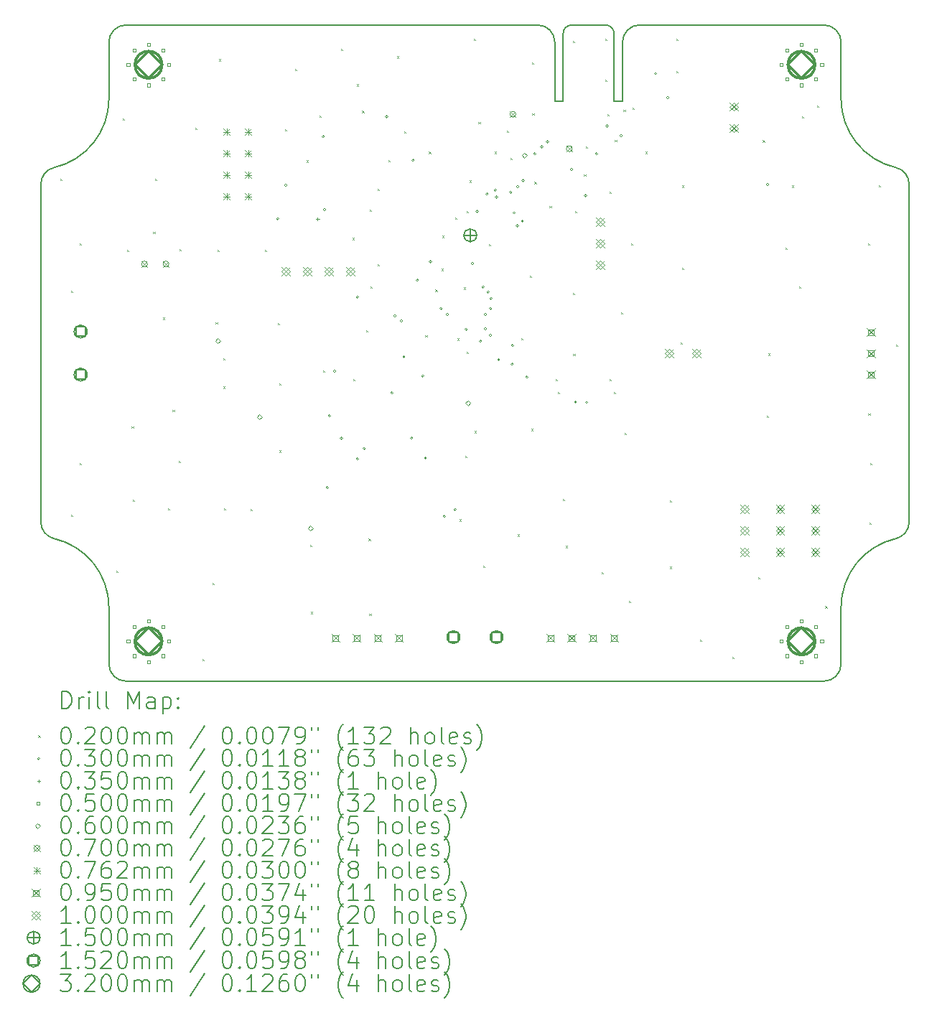
<source format=gbr>
%TF.GenerationSoftware,KiCad,Pcbnew,(6.0.8)*%
%TF.CreationDate,2023-04-20T14:40:46+02:00*%
%TF.ProjectId,scheda PSE,73636865-6461-4205-9053-452e6b696361,rev?*%
%TF.SameCoordinates,Original*%
%TF.FileFunction,Drillmap*%
%TF.FilePolarity,Positive*%
%FSLAX45Y45*%
G04 Gerber Fmt 4.5, Leading zero omitted, Abs format (unit mm)*
G04 Created by KiCad (PCBNEW (6.0.8)) date 2023-04-20 14:40:46*
%MOMM*%
%LPD*%
G01*
G04 APERTURE LIST*
%ADD10C,0.200000*%
%ADD11C,0.020000*%
%ADD12C,0.030000*%
%ADD13C,0.035000*%
%ADD14C,0.050000*%
%ADD15C,0.060000*%
%ADD16C,0.070000*%
%ADD17C,0.076200*%
%ADD18C,0.095000*%
%ADD19C,0.100000*%
%ADD20C,0.150000*%
%ADD21C,0.152000*%
%ADD22C,0.320000*%
G04 APERTURE END LIST*
D10*
X16290000Y-5830980D02*
X11433598Y-5830980D01*
X16590000Y-6730980D02*
X16590000Y-5930980D01*
X17090000Y-5830980D02*
X16690000Y-5830980D01*
X16490000Y-6030980D02*
X16490000Y-6730980D01*
X19666402Y-13569022D02*
G75*
G03*
X19866402Y-13369020I-2J200002D01*
G01*
X10430980Y-9700000D02*
X10430980Y-7707459D01*
X16490000Y-6030980D02*
G75*
G03*
X16290000Y-5830980I-200000J0D01*
G01*
X16690000Y-5830980D02*
G75*
G03*
X16590000Y-5930980I0J-100000D01*
G01*
X11233598Y-12700000D02*
X11233598Y-13369020D01*
X19666402Y-5830980D02*
X17490000Y-5830980D01*
X20669020Y-11692541D02*
X20669020Y-9700000D01*
X11433598Y-5830978D02*
G75*
G03*
X11233598Y-6030980I2J-200002D01*
G01*
X20669021Y-7707459D02*
G75*
G03*
X20513714Y-7512517I-200001J-1D01*
G01*
X19866402Y-13369020D02*
X19866402Y-12700000D01*
X17190000Y-6730980D02*
X17290000Y-6730980D01*
X10586286Y-7512517D02*
G75*
G03*
X11233598Y-6700000I-186286J812517D01*
G01*
X10586286Y-7512518D02*
G75*
G03*
X10430980Y-7707459I44694J-194942D01*
G01*
X17190000Y-5930980D02*
X17190000Y-6730980D01*
X11233598Y-6700000D02*
X11233598Y-6030980D01*
X10430979Y-11692541D02*
G75*
G03*
X10586286Y-11887483I200001J1D01*
G01*
X17290000Y-6730980D02*
X17290000Y-6030980D01*
X20669020Y-7707459D02*
X20669020Y-9700000D01*
X20513714Y-11887482D02*
G75*
G03*
X20669020Y-11692541I-44694J194942D01*
G01*
X20513714Y-11887483D02*
G75*
G03*
X19866402Y-12700000I186286J-812517D01*
G01*
X17190000Y-5930980D02*
G75*
G03*
X17090000Y-5830980I-100000J0D01*
G01*
X11433598Y-13569020D02*
X19666402Y-13569020D01*
X16490000Y-6730980D02*
X16590000Y-6730980D01*
X19866400Y-6030980D02*
G75*
G03*
X19666402Y-5830980I-200000J0D01*
G01*
X10430980Y-9700000D02*
X10430980Y-11692541D01*
X11233600Y-13369020D02*
G75*
G03*
X11433598Y-13569020I200000J0D01*
G01*
X17490000Y-5830980D02*
G75*
G03*
X17290000Y-6030980I0J-200000D01*
G01*
X19866402Y-6700000D02*
G75*
G03*
X20513714Y-7512517I833598J0D01*
G01*
X19866402Y-6030980D02*
X19866402Y-6700000D01*
X11233598Y-12700000D02*
G75*
G03*
X10586286Y-11887483I-833598J0D01*
G01*
D11*
X10658734Y-7640988D02*
X10678734Y-7660988D01*
X10678734Y-7640988D02*
X10658734Y-7660988D01*
X10785734Y-8961788D02*
X10805734Y-8981788D01*
X10805734Y-8961788D02*
X10785734Y-8981788D01*
X10785734Y-11603388D02*
X10805734Y-11623388D01*
X10805734Y-11603388D02*
X10785734Y-11623388D01*
X10887334Y-8402988D02*
X10907334Y-8422988D01*
X10907334Y-8402988D02*
X10887334Y-8422988D01*
X10887334Y-10993788D02*
X10907334Y-11013788D01*
X10907334Y-10993788D02*
X10887334Y-11013788D01*
X11319134Y-12263788D02*
X11339134Y-12283788D01*
X11339134Y-12263788D02*
X11319134Y-12283788D01*
X11395334Y-6929788D02*
X11415334Y-6949788D01*
X11415334Y-6929788D02*
X11395334Y-6949788D01*
X11445400Y-8478680D02*
X11465400Y-8498680D01*
X11465400Y-8478680D02*
X11445400Y-8498680D01*
X11499982Y-10562515D02*
X11519982Y-10582515D01*
X11519982Y-10562515D02*
X11499982Y-10582515D01*
X11511440Y-11425080D02*
X11531440Y-11445080D01*
X11531440Y-11425080D02*
X11511440Y-11445080D01*
X11755280Y-8270400D02*
X11775280Y-8290400D01*
X11775280Y-8270400D02*
X11755280Y-8290400D01*
X11776334Y-7640988D02*
X11796334Y-7660988D01*
X11796334Y-7640988D02*
X11776334Y-7660988D01*
X11872120Y-9281320D02*
X11892120Y-9301320D01*
X11892120Y-9281320D02*
X11872120Y-9301320D01*
X11928734Y-11527188D02*
X11948734Y-11547188D01*
X11948734Y-11527188D02*
X11928734Y-11547188D01*
X11983880Y-10370980D02*
X12003880Y-10390980D01*
X12003880Y-10370980D02*
X11983880Y-10390980D01*
X12055000Y-10967880D02*
X12075000Y-10987880D01*
X12075000Y-10967880D02*
X12055000Y-10987880D01*
X12065160Y-8473600D02*
X12085160Y-8493600D01*
X12085160Y-8473600D02*
X12065160Y-8493600D01*
X12253120Y-7041040D02*
X12273120Y-7061040D01*
X12273120Y-7041040D02*
X12253120Y-7061040D01*
X12335134Y-13305188D02*
X12355134Y-13325188D01*
X12355134Y-13305188D02*
X12335134Y-13325188D01*
X12451240Y-12410600D02*
X12471240Y-12430600D01*
X12471240Y-12410600D02*
X12451240Y-12430600D01*
X12490582Y-9338235D02*
X12510582Y-9358235D01*
X12510582Y-9338235D02*
X12490582Y-9358235D01*
X12512934Y-8479188D02*
X12532934Y-8499188D01*
X12532934Y-8479188D02*
X12512934Y-8499188D01*
X12532520Y-6233320D02*
X12552520Y-6253320D01*
X12552520Y-6233320D02*
X12532520Y-6253320D01*
X12580780Y-10094120D02*
X12600780Y-10114120D01*
X12600780Y-10094120D02*
X12580780Y-10114120D01*
X12583320Y-9758840D02*
X12603320Y-9778840D01*
X12603320Y-9758840D02*
X12583320Y-9778840D01*
X12589134Y-11527188D02*
X12609134Y-11547188D01*
X12609134Y-11527188D02*
X12589134Y-11547188D01*
X12900682Y-11537475D02*
X12920682Y-11557475D01*
X12920682Y-11537475D02*
X12900682Y-11557475D01*
X13071734Y-8479188D02*
X13091734Y-8499188D01*
X13091734Y-8479188D02*
X13071734Y-8499188D01*
X13224134Y-9342788D02*
X13244134Y-9362788D01*
X13244134Y-9342788D02*
X13224134Y-9362788D01*
X13238640Y-10053480D02*
X13258640Y-10073480D01*
X13258640Y-10053480D02*
X13238640Y-10073480D01*
X13243720Y-10845960D02*
X13263720Y-10865960D01*
X13263720Y-10845960D02*
X13243720Y-10865960D01*
X13309760Y-7056280D02*
X13329760Y-7076280D01*
X13329760Y-7056280D02*
X13309760Y-7076280D01*
X13427334Y-6345588D02*
X13447334Y-6365588D01*
X13447334Y-6345588D02*
X13427334Y-6365588D01*
X13563760Y-7427120D02*
X13583760Y-7447120D01*
X13583760Y-7427120D02*
X13563760Y-7447120D01*
X13604400Y-11958480D02*
X13624400Y-11978480D01*
X13624400Y-11958480D02*
X13604400Y-11978480D01*
X13614560Y-12750960D02*
X13634560Y-12770960D01*
X13634560Y-12750960D02*
X13614560Y-12770960D01*
X13716160Y-6898800D02*
X13736160Y-6918800D01*
X13736160Y-6898800D02*
X13716160Y-6918800D01*
X13756800Y-9901080D02*
X13776800Y-9921080D01*
X13776800Y-9901080D02*
X13756800Y-9921080D01*
X13970160Y-6111400D02*
X13990160Y-6131400D01*
X13990160Y-6111400D02*
X13970160Y-6131400D01*
X14107320Y-8341520D02*
X14127320Y-8361520D01*
X14127320Y-8341520D02*
X14107320Y-8361520D01*
X14113134Y-10003188D02*
X14133134Y-10023188D01*
X14133134Y-10003188D02*
X14113134Y-10023188D01*
X14153040Y-6527960D02*
X14173040Y-6547960D01*
X14173040Y-6527960D02*
X14153040Y-6547960D01*
X14219080Y-6842920D02*
X14239080Y-6862920D01*
X14239080Y-6842920D02*
X14219080Y-6862920D01*
X14265534Y-9431688D02*
X14285534Y-9451688D01*
X14285534Y-9431688D02*
X14265534Y-9451688D01*
X14295280Y-11887360D02*
X14315280Y-11907360D01*
X14315280Y-11887360D02*
X14295280Y-11907360D01*
X14302900Y-12771788D02*
X14322900Y-12791788D01*
X14322900Y-12771788D02*
X14302900Y-12791788D01*
X14305440Y-8006240D02*
X14325440Y-8026240D01*
X14325440Y-8006240D02*
X14305440Y-8026240D01*
X14316334Y-8910988D02*
X14336334Y-8930988D01*
X14336334Y-8910988D02*
X14316334Y-8930988D01*
X14399420Y-7762400D02*
X14419420Y-7782400D01*
X14419420Y-7762400D02*
X14399420Y-7782400D01*
X14401960Y-8651400D02*
X14421960Y-8671400D01*
X14421960Y-8651400D02*
X14401960Y-8671400D01*
X14528960Y-7422040D02*
X14548960Y-7442040D01*
X14548960Y-7422040D02*
X14528960Y-7442040D01*
X14630560Y-6197760D02*
X14650560Y-6217760D01*
X14650560Y-6197760D02*
X14630560Y-6217760D01*
X14711840Y-7081680D02*
X14731840Y-7101680D01*
X14731840Y-7081680D02*
X14711840Y-7101680D01*
X14963300Y-9489600D02*
X14983300Y-9509600D01*
X14983300Y-9489600D02*
X14963300Y-9509600D01*
X15006480Y-7325520D02*
X15026480Y-7345520D01*
X15026480Y-7325520D02*
X15006480Y-7345520D01*
X15082680Y-8951120D02*
X15102680Y-8971120D01*
X15102680Y-8951120D02*
X15082680Y-8971120D01*
X15154235Y-8704319D02*
X15174235Y-8724319D01*
X15174235Y-8704319D02*
X15154235Y-8724319D01*
X15163960Y-8316120D02*
X15183960Y-8336120D01*
X15183960Y-8316120D02*
X15163960Y-8336120D01*
X15317119Y-8097498D02*
X15337119Y-8117498D01*
X15337119Y-8097498D02*
X15317119Y-8117498D01*
X15341760Y-9527700D02*
X15361760Y-9547700D01*
X15361760Y-9527700D02*
X15341760Y-9547700D01*
X15364620Y-11658760D02*
X15384620Y-11678760D01*
X15384620Y-11658760D02*
X15364620Y-11678760D01*
X15417960Y-8925720D02*
X15437960Y-8945720D01*
X15437960Y-8925720D02*
X15417960Y-8945720D01*
X15433200Y-10912000D02*
X15453200Y-10932000D01*
X15453200Y-10912000D02*
X15433200Y-10932000D01*
X15451187Y-8021273D02*
X15471187Y-8041273D01*
X15471187Y-8021273D02*
X15451187Y-8041273D01*
X15453520Y-9682640D02*
X15473520Y-9702640D01*
X15473520Y-9682640D02*
X15453520Y-9702640D01*
X15484000Y-7663340D02*
X15504000Y-7683340D01*
X15504000Y-7663340D02*
X15484000Y-7683340D01*
X15535534Y-5989988D02*
X15555534Y-6009988D01*
X15555534Y-5989988D02*
X15535534Y-6009988D01*
X15544960Y-10617360D02*
X15564960Y-10637360D01*
X15564960Y-10617360D02*
X15544960Y-10637360D01*
X15590680Y-6975070D02*
X15610680Y-6995070D01*
X15610680Y-6975070D02*
X15590680Y-6995070D01*
X15646560Y-12207400D02*
X15666560Y-12227400D01*
X15666560Y-12207400D02*
X15646560Y-12227400D01*
X15714399Y-8414440D02*
X15734399Y-8434440D01*
X15734399Y-8414440D02*
X15714399Y-8434440D01*
X15783720Y-7325520D02*
X15803720Y-7345520D01*
X15803720Y-7325520D02*
X15783720Y-7345520D01*
X15925960Y-7076600D02*
X15945960Y-7096600D01*
X15945960Y-7076600D02*
X15925960Y-7096600D01*
X15967334Y-7399688D02*
X15987334Y-7419688D01*
X15987334Y-7399688D02*
X15967334Y-7419688D01*
X16053694Y-11837068D02*
X16073694Y-11857068D01*
X16073694Y-11837068D02*
X16053694Y-11857068D01*
X16094334Y-9520588D02*
X16114334Y-9540588D01*
X16114334Y-9520588D02*
X16094334Y-9540588D01*
X16195934Y-8783988D02*
X16215934Y-8803988D01*
X16215934Y-8783988D02*
X16195934Y-8803988D01*
X16215520Y-10591960D02*
X16235520Y-10611960D01*
X16235520Y-10591960D02*
X16215520Y-10611960D01*
X16221334Y-6269388D02*
X16241334Y-6289388D01*
X16241334Y-6269388D02*
X16221334Y-6289388D01*
X16225680Y-6873400D02*
X16245680Y-6893400D01*
X16245680Y-6873400D02*
X16225680Y-6893400D01*
X16251080Y-7681120D02*
X16271080Y-7701120D01*
X16271080Y-7681120D02*
X16251080Y-7701120D01*
X16428880Y-7965600D02*
X16448880Y-7985600D01*
X16448880Y-7965600D02*
X16428880Y-7985600D01*
X16500734Y-10003188D02*
X16520734Y-10023188D01*
X16520734Y-10003188D02*
X16500734Y-10023188D01*
X16526134Y-10155588D02*
X16546134Y-10175588D01*
X16546134Y-10155588D02*
X16526134Y-10175588D01*
X16583820Y-11417460D02*
X16603820Y-11437460D01*
X16603820Y-11417460D02*
X16583820Y-11437460D01*
X16616840Y-11973720D02*
X16636840Y-11993720D01*
X16636840Y-11973720D02*
X16616840Y-11993720D01*
X16703934Y-6015388D02*
X16723934Y-6035388D01*
X16723934Y-6015388D02*
X16703934Y-6035388D01*
X16703934Y-8987188D02*
X16723934Y-9007188D01*
X16723934Y-8987188D02*
X16703934Y-9007188D01*
X16708280Y-9708040D02*
X16728280Y-9728040D01*
X16728280Y-9708040D02*
X16708280Y-9728040D01*
X16729334Y-8021988D02*
X16749334Y-8041988D01*
X16749334Y-8021988D02*
X16729334Y-8041988D01*
X16835280Y-7589680D02*
X16855280Y-7609680D01*
X16855280Y-7589680D02*
X16835280Y-7609680D01*
X16856334Y-7259988D02*
X16876334Y-7279988D01*
X16876334Y-7259988D02*
X16856334Y-7279988D01*
X17043560Y-12283600D02*
X17063560Y-12303600D01*
X17063560Y-12283600D02*
X17043560Y-12303600D01*
X17084934Y-5989988D02*
X17104934Y-6009988D01*
X17104934Y-5989988D02*
X17084934Y-6009988D01*
X17084934Y-6472588D02*
X17104934Y-6492588D01*
X17104934Y-6472588D02*
X17084934Y-6492588D01*
X17110334Y-6878988D02*
X17130334Y-6898988D01*
X17130334Y-6878988D02*
X17110334Y-6898988D01*
X17135734Y-7793388D02*
X17155734Y-7813388D01*
X17155734Y-7793388D02*
X17135734Y-7813388D01*
X17135734Y-10003188D02*
X17155734Y-10023188D01*
X17155734Y-10003188D02*
X17135734Y-10023188D01*
X17186534Y-10155588D02*
X17206534Y-10175588D01*
X17206534Y-10155588D02*
X17186534Y-10175588D01*
X17199234Y-7183788D02*
X17219234Y-7203788D01*
X17219234Y-7183788D02*
X17199234Y-7203788D01*
X17272160Y-9215280D02*
X17292160Y-9235280D01*
X17292160Y-9215280D02*
X17272160Y-9235280D01*
X17300100Y-6827680D02*
X17320100Y-6847680D01*
X17320100Y-6827680D02*
X17300100Y-6847680D01*
X17313534Y-10638188D02*
X17333534Y-10658188D01*
X17333534Y-10638188D02*
X17313534Y-10658188D01*
X17364334Y-12619388D02*
X17384334Y-12639388D01*
X17384334Y-12619388D02*
X17364334Y-12639388D01*
X17389734Y-8402988D02*
X17409734Y-8422988D01*
X17409734Y-8402988D02*
X17389734Y-8422988D01*
X17404240Y-6802280D02*
X17424240Y-6822280D01*
X17424240Y-6802280D02*
X17404240Y-6822280D01*
X17556640Y-7325520D02*
X17576640Y-7345520D01*
X17576640Y-7325520D02*
X17556640Y-7345520D01*
X17846200Y-11437780D02*
X17866200Y-11457780D01*
X17866200Y-11437780D02*
X17846200Y-11457780D01*
X17846200Y-12217560D02*
X17866200Y-12237560D01*
X17866200Y-12217560D02*
X17846200Y-12237560D01*
X17923134Y-5989988D02*
X17943134Y-6009988D01*
X17943134Y-5989988D02*
X17923134Y-6009988D01*
X17923134Y-6370988D02*
X17943134Y-6390988D01*
X17943134Y-6370988D02*
X17923134Y-6390988D01*
X17973934Y-9571388D02*
X17993934Y-9591388D01*
X17993934Y-9571388D02*
X17973934Y-9591388D01*
X17988440Y-8692040D02*
X18008440Y-8712040D01*
X18008440Y-8692040D02*
X17988440Y-8712040D01*
X17993520Y-7721760D02*
X18013520Y-7741760D01*
X18013520Y-7721760D02*
X17993520Y-7741760D01*
X18202534Y-13076588D02*
X18222534Y-13096588D01*
X18222534Y-13076588D02*
X18202534Y-13096588D01*
X18583534Y-13279788D02*
X18603534Y-13299788D01*
X18603534Y-13279788D02*
X18583534Y-13299788D01*
X18887600Y-12339480D02*
X18907600Y-12359480D01*
X18907600Y-12339480D02*
X18887600Y-12359480D01*
X18943480Y-7188360D02*
X18963480Y-7208360D01*
X18963480Y-7188360D02*
X18943480Y-7208360D01*
X18989934Y-10434988D02*
X19009934Y-10454988D01*
X19009934Y-10434988D02*
X18989934Y-10454988D01*
X19009520Y-9702960D02*
X19029520Y-9722960D01*
X19029520Y-9702960D02*
X19009520Y-9722960D01*
X19212720Y-8453280D02*
X19232720Y-8473280D01*
X19232720Y-8453280D02*
X19212720Y-8473280D01*
X19283840Y-7721760D02*
X19303840Y-7741760D01*
X19303840Y-7721760D02*
X19283840Y-7741760D01*
X19370934Y-8910988D02*
X19390934Y-8930988D01*
X19390934Y-8910988D02*
X19370934Y-8930988D01*
X19405760Y-6903880D02*
X19425760Y-6923880D01*
X19425760Y-6903880D02*
X19405760Y-6923880D01*
X19583560Y-6776880D02*
X19603560Y-6796880D01*
X19603560Y-6776880D02*
X19583560Y-6796880D01*
X19680080Y-12684920D02*
X19700080Y-12704920D01*
X19700080Y-12684920D02*
X19680080Y-12704920D01*
X20183734Y-8402988D02*
X20203734Y-8422988D01*
X20203734Y-8402988D02*
X20183734Y-8422988D01*
X20189322Y-10412655D02*
X20209322Y-10432655D01*
X20209322Y-10412655D02*
X20189322Y-10432655D01*
X20198240Y-11699400D02*
X20218240Y-11719400D01*
X20218240Y-11699400D02*
X20198240Y-11719400D01*
X20209134Y-10993788D02*
X20229134Y-11013788D01*
X20229134Y-10993788D02*
X20209134Y-11013788D01*
X20310734Y-7717188D02*
X20330734Y-7737188D01*
X20330734Y-7717188D02*
X20310734Y-7737188D01*
X20513934Y-9596788D02*
X20533934Y-9616788D01*
X20533934Y-9596788D02*
X20513934Y-9616788D01*
D12*
X13238240Y-8117840D02*
G75*
G03*
X13238240Y-8117840I-15000J0D01*
G01*
X13334760Y-7721600D02*
G75*
G03*
X13334760Y-7721600I-15000J0D01*
G01*
X13776720Y-7147560D02*
G75*
G03*
X13776720Y-7147560I-15000J0D01*
G01*
X13789420Y-8008620D02*
G75*
G03*
X13789420Y-8008620I-15000J0D01*
G01*
X13822440Y-11287760D02*
G75*
G03*
X13822440Y-11287760I-15000J0D01*
G01*
X13847840Y-10439400D02*
G75*
G03*
X13847840Y-10439400I-15000J0D01*
G01*
X13909534Y-9911588D02*
G75*
G03*
X13909534Y-9911588I-15000J0D01*
G01*
X13990080Y-10703560D02*
G75*
G03*
X13990080Y-10703560I-15000J0D01*
G01*
X14178040Y-10947400D02*
G75*
G03*
X14178040Y-10947400I-15000J0D01*
G01*
X14178774Y-9037828D02*
G75*
G03*
X14178774Y-9037828I-15000J0D01*
G01*
X14259182Y-10826115D02*
G75*
G03*
X14259182Y-10826115I-15000J0D01*
G01*
X14523480Y-6913880D02*
G75*
G03*
X14523480Y-6913880I-15000J0D01*
G01*
X14585174Y-10170668D02*
G75*
G03*
X14585174Y-10170668I-15000J0D01*
G01*
X14620734Y-9261348D02*
G75*
G03*
X14620734Y-9261348I-15000J0D01*
G01*
X14696934Y-9322308D02*
G75*
G03*
X14696934Y-9322308I-15000J0D01*
G01*
X14727414Y-9743948D02*
G75*
G03*
X14727414Y-9743948I-15000J0D01*
G01*
X14818120Y-10703560D02*
G75*
G03*
X14818120Y-10703560I-15000J0D01*
G01*
X14833360Y-7426960D02*
G75*
G03*
X14833360Y-7426960I-15000J0D01*
G01*
X14886700Y-8839200D02*
G75*
G03*
X14886700Y-8839200I-15000J0D01*
G01*
X14950200Y-9969500D02*
G75*
G03*
X14950200Y-9969500I-15000J0D01*
G01*
X14980680Y-10937240D02*
G75*
G03*
X14980680Y-10937240I-15000J0D01*
G01*
X15039100Y-8623300D02*
G75*
G03*
X15039100Y-8623300I-15000J0D01*
G01*
X15163560Y-9174480D02*
G75*
G03*
X15163560Y-9174480I-15000J0D01*
G01*
X15204200Y-11625580D02*
G75*
G03*
X15204200Y-11625580I-15000J0D01*
G01*
X15239760Y-9245600D02*
G75*
G03*
X15239760Y-9245600I-15000J0D01*
G01*
X15331200Y-11544300D02*
G75*
G03*
X15331200Y-11544300I-15000J0D01*
G01*
X15460740Y-9420860D02*
G75*
G03*
X15460740Y-9420860I-15000J0D01*
G01*
X15535134Y-8641588D02*
G75*
G03*
X15535134Y-8641588I-15000J0D01*
G01*
X15588982Y-8029975D02*
G75*
G03*
X15588982Y-8029975I-15000J0D01*
G01*
X15630920Y-9560560D02*
G75*
G03*
X15630920Y-9560560I-15000J0D01*
G01*
X15661400Y-8920480D02*
G75*
G03*
X15661400Y-8920480I-15000J0D01*
G01*
X15686800Y-9245600D02*
G75*
G03*
X15686800Y-9245600I-15000J0D01*
G01*
X15686800Y-9413240D02*
G75*
G03*
X15686800Y-9413240I-15000J0D01*
G01*
X15707120Y-7823200D02*
G75*
G03*
X15707120Y-7823200I-15000J0D01*
G01*
X15719820Y-8978900D02*
G75*
G03*
X15719820Y-8978900I-15000J0D01*
G01*
X15747760Y-9174480D02*
G75*
G03*
X15747760Y-9174480I-15000J0D01*
G01*
X15747760Y-9489440D02*
G75*
G03*
X15747760Y-9489440I-15000J0D01*
G01*
X15752840Y-9057640D02*
G75*
G03*
X15752840Y-9057640I-15000J0D01*
G01*
X15803640Y-7777480D02*
G75*
G03*
X15803640Y-7777480I-15000J0D01*
G01*
X15819614Y-7858760D02*
G75*
G03*
X15819614Y-7858760I-15000J0D01*
G01*
X15845014Y-9777500D02*
G75*
G03*
X15845014Y-9777500I-15000J0D01*
G01*
X15987254Y-7803388D02*
G75*
G03*
X15987254Y-7803388I-15000J0D01*
G01*
X16003002Y-9829800D02*
G75*
G03*
X16003002Y-9829800I-15000J0D01*
G01*
X16007574Y-9611868D02*
G75*
G03*
X16007574Y-9611868I-15000J0D01*
G01*
X16027160Y-8046720D02*
G75*
G03*
X16027160Y-8046720I-15000J0D01*
G01*
X16062720Y-8199120D02*
G75*
G03*
X16062720Y-8199120I-15000J0D01*
G01*
X16067800Y-7736840D02*
G75*
G03*
X16067800Y-7736840I-15000J0D01*
G01*
X16123680Y-8143240D02*
G75*
G03*
X16123680Y-8143240I-15000J0D01*
G01*
X16132394Y-7663645D02*
G75*
G03*
X16132394Y-7663645I-15000J0D01*
G01*
X16175214Y-9982708D02*
G75*
G03*
X16175214Y-9982708I-15000J0D01*
G01*
X16271000Y-7350760D02*
G75*
G03*
X16271000Y-7350760I-15000J0D01*
G01*
X16352280Y-7269480D02*
G75*
G03*
X16352280Y-7269480I-15000J0D01*
G01*
X16418320Y-7208520D02*
G75*
G03*
X16418320Y-7208520I-15000J0D01*
G01*
X16702800Y-7533640D02*
G75*
G03*
X16702800Y-7533640I-15000J0D01*
G01*
X16749254Y-10277348D02*
G75*
G03*
X16749254Y-10277348I-15000J0D01*
G01*
X16868634Y-7841488D02*
G75*
G03*
X16868634Y-7841488I-15000J0D01*
G01*
X16881334Y-10282428D02*
G75*
G03*
X16881334Y-10282428I-15000J0D01*
G01*
X16998174Y-7351268D02*
G75*
G03*
X16998174Y-7351268I-15000J0D01*
G01*
X17121900Y-7023100D02*
G75*
G03*
X17121900Y-7023100I-15000J0D01*
G01*
X17287000Y-7137400D02*
G75*
G03*
X17287000Y-7137400I-15000J0D01*
G01*
X17693400Y-6403340D02*
G75*
G03*
X17693400Y-6403340I-15000J0D01*
G01*
X17838589Y-6688425D02*
G75*
G03*
X17838589Y-6688425I-15000J0D01*
G01*
X19014200Y-7711440D02*
G75*
G03*
X19014200Y-7711440I-15000J0D01*
G01*
D13*
X13695680Y-8100340D02*
X13695680Y-8135340D01*
X13678180Y-8117840D02*
X13713180Y-8117840D01*
D14*
X11477678Y-6317678D02*
X11477678Y-6282322D01*
X11442322Y-6282322D01*
X11442322Y-6317678D01*
X11477678Y-6317678D01*
X11477678Y-13117678D02*
X11477678Y-13082322D01*
X11442322Y-13082322D01*
X11442322Y-13117678D01*
X11477678Y-13117678D01*
X11547972Y-6147972D02*
X11547972Y-6112617D01*
X11512617Y-6112617D01*
X11512617Y-6147972D01*
X11547972Y-6147972D01*
X11547972Y-6487383D02*
X11547972Y-6452028D01*
X11512617Y-6452028D01*
X11512617Y-6487383D01*
X11547972Y-6487383D01*
X11547972Y-12947972D02*
X11547972Y-12912617D01*
X11512617Y-12912617D01*
X11512617Y-12947972D01*
X11547972Y-12947972D01*
X11547972Y-13287383D02*
X11547972Y-13252028D01*
X11512617Y-13252028D01*
X11512617Y-13287383D01*
X11547972Y-13287383D01*
X11717678Y-6077678D02*
X11717678Y-6042322D01*
X11682322Y-6042322D01*
X11682322Y-6077678D01*
X11717678Y-6077678D01*
X11717678Y-6557678D02*
X11717678Y-6522322D01*
X11682322Y-6522322D01*
X11682322Y-6557678D01*
X11717678Y-6557678D01*
X11717678Y-12877678D02*
X11717678Y-12842322D01*
X11682322Y-12842322D01*
X11682322Y-12877678D01*
X11717678Y-12877678D01*
X11717678Y-13357678D02*
X11717678Y-13322322D01*
X11682322Y-13322322D01*
X11682322Y-13357678D01*
X11717678Y-13357678D01*
X11887383Y-6147972D02*
X11887383Y-6112617D01*
X11852028Y-6112617D01*
X11852028Y-6147972D01*
X11887383Y-6147972D01*
X11887383Y-6487383D02*
X11887383Y-6452028D01*
X11852028Y-6452028D01*
X11852028Y-6487383D01*
X11887383Y-6487383D01*
X11887383Y-12947972D02*
X11887383Y-12912617D01*
X11852028Y-12912617D01*
X11852028Y-12947972D01*
X11887383Y-12947972D01*
X11887383Y-13287383D02*
X11887383Y-13252028D01*
X11852028Y-13252028D01*
X11852028Y-13287383D01*
X11887383Y-13287383D01*
X11957678Y-6317678D02*
X11957678Y-6282322D01*
X11922322Y-6282322D01*
X11922322Y-6317678D01*
X11957678Y-6317678D01*
X11957678Y-13117678D02*
X11957678Y-13082322D01*
X11922322Y-13082322D01*
X11922322Y-13117678D01*
X11957678Y-13117678D01*
X19177678Y-6317678D02*
X19177678Y-6282322D01*
X19142322Y-6282322D01*
X19142322Y-6317678D01*
X19177678Y-6317678D01*
X19177678Y-13117678D02*
X19177678Y-13082322D01*
X19142322Y-13082322D01*
X19142322Y-13117678D01*
X19177678Y-13117678D01*
X19247972Y-6147972D02*
X19247972Y-6112617D01*
X19212617Y-6112617D01*
X19212617Y-6147972D01*
X19247972Y-6147972D01*
X19247972Y-6487383D02*
X19247972Y-6452028D01*
X19212617Y-6452028D01*
X19212617Y-6487383D01*
X19247972Y-6487383D01*
X19247972Y-12947972D02*
X19247972Y-12912617D01*
X19212617Y-12912617D01*
X19212617Y-12947972D01*
X19247972Y-12947972D01*
X19247972Y-13287383D02*
X19247972Y-13252028D01*
X19212617Y-13252028D01*
X19212617Y-13287383D01*
X19247972Y-13287383D01*
X19417678Y-6077678D02*
X19417678Y-6042322D01*
X19382322Y-6042322D01*
X19382322Y-6077678D01*
X19417678Y-6077678D01*
X19417678Y-6557678D02*
X19417678Y-6522322D01*
X19382322Y-6522322D01*
X19382322Y-6557678D01*
X19417678Y-6557678D01*
X19417678Y-12877678D02*
X19417678Y-12842322D01*
X19382322Y-12842322D01*
X19382322Y-12877678D01*
X19417678Y-12877678D01*
X19417678Y-13357678D02*
X19417678Y-13322322D01*
X19382322Y-13322322D01*
X19382322Y-13357678D01*
X19417678Y-13357678D01*
X19587383Y-6147972D02*
X19587383Y-6112617D01*
X19552028Y-6112617D01*
X19552028Y-6147972D01*
X19587383Y-6147972D01*
X19587383Y-6487383D02*
X19587383Y-6452028D01*
X19552028Y-6452028D01*
X19552028Y-6487383D01*
X19587383Y-6487383D01*
X19587383Y-12947972D02*
X19587383Y-12912617D01*
X19552028Y-12912617D01*
X19552028Y-12947972D01*
X19587383Y-12947972D01*
X19587383Y-13287383D02*
X19587383Y-13252028D01*
X19552028Y-13252028D01*
X19552028Y-13287383D01*
X19587383Y-13287383D01*
X19657678Y-6317678D02*
X19657678Y-6282322D01*
X19622322Y-6282322D01*
X19622322Y-6317678D01*
X19657678Y-6317678D01*
X19657678Y-13117678D02*
X19657678Y-13082322D01*
X19622322Y-13082322D01*
X19622322Y-13117678D01*
X19657678Y-13117678D01*
D15*
X12517120Y-9585480D02*
X12547120Y-9555480D01*
X12517120Y-9525480D01*
X12487120Y-9555480D01*
X12517120Y-9585480D01*
X13009880Y-10484640D02*
X13039880Y-10454640D01*
X13009880Y-10424640D01*
X12979880Y-10454640D01*
X13009880Y-10484640D01*
X13609320Y-11795280D02*
X13639320Y-11765280D01*
X13609320Y-11735280D01*
X13579320Y-11765280D01*
X13609320Y-11795280D01*
X15468600Y-10317000D02*
X15498600Y-10287000D01*
X15468600Y-10257000D01*
X15438600Y-10287000D01*
X15468600Y-10317000D01*
X16132064Y-7397883D02*
X16162064Y-7367883D01*
X16132064Y-7337883D01*
X16102064Y-7367883D01*
X16132064Y-7397883D01*
D16*
X11618520Y-8615380D02*
X11688520Y-8685380D01*
X11688520Y-8615380D02*
X11618520Y-8685380D01*
X11688520Y-8650380D02*
G75*
G03*
X11688520Y-8650380I-35000J0D01*
G01*
X11870300Y-8615380D02*
X11940300Y-8685380D01*
X11940300Y-8615380D02*
X11870300Y-8685380D01*
X11940300Y-8650380D02*
G75*
G03*
X11940300Y-8650380I-35000J0D01*
G01*
X15961920Y-6848400D02*
X16031920Y-6918400D01*
X16031920Y-6848400D02*
X15961920Y-6918400D01*
X16031920Y-6883400D02*
G75*
G03*
X16031920Y-6883400I-35000J0D01*
G01*
X16627400Y-7254800D02*
X16697400Y-7324800D01*
X16697400Y-7254800D02*
X16627400Y-7324800D01*
X16697400Y-7289800D02*
G75*
G03*
X16697400Y-7289800I-35000J0D01*
G01*
D17*
X12585700Y-7053580D02*
X12661900Y-7129780D01*
X12661900Y-7053580D02*
X12585700Y-7129780D01*
X12623800Y-7053580D02*
X12623800Y-7129780D01*
X12585700Y-7091680D02*
X12661900Y-7091680D01*
X12585700Y-7307580D02*
X12661900Y-7383780D01*
X12661900Y-7307580D02*
X12585700Y-7383780D01*
X12623800Y-7307580D02*
X12623800Y-7383780D01*
X12585700Y-7345680D02*
X12661900Y-7345680D01*
X12585700Y-7561580D02*
X12661900Y-7637780D01*
X12661900Y-7561580D02*
X12585700Y-7637780D01*
X12623800Y-7561580D02*
X12623800Y-7637780D01*
X12585700Y-7599680D02*
X12661900Y-7599680D01*
X12585700Y-7815580D02*
X12661900Y-7891780D01*
X12661900Y-7815580D02*
X12585700Y-7891780D01*
X12623800Y-7815580D02*
X12623800Y-7891780D01*
X12585700Y-7853680D02*
X12661900Y-7853680D01*
X12839700Y-7053580D02*
X12915900Y-7129780D01*
X12915900Y-7053580D02*
X12839700Y-7129780D01*
X12877800Y-7053580D02*
X12877800Y-7129780D01*
X12839700Y-7091680D02*
X12915900Y-7091680D01*
X12839700Y-7307580D02*
X12915900Y-7383780D01*
X12915900Y-7307580D02*
X12839700Y-7383780D01*
X12877800Y-7307580D02*
X12877800Y-7383780D01*
X12839700Y-7345680D02*
X12915900Y-7345680D01*
X12839700Y-7561580D02*
X12915900Y-7637780D01*
X12915900Y-7561580D02*
X12839700Y-7637780D01*
X12877800Y-7561580D02*
X12877800Y-7637780D01*
X12839700Y-7599680D02*
X12915900Y-7599680D01*
X12839700Y-7815580D02*
X12915900Y-7891780D01*
X12915900Y-7815580D02*
X12839700Y-7891780D01*
X12877800Y-7815580D02*
X12877800Y-7891780D01*
X12839700Y-7853680D02*
X12915900Y-7853680D01*
D18*
X13858000Y-13013500D02*
X13953000Y-13108500D01*
X13953000Y-13013500D02*
X13858000Y-13108500D01*
X13939088Y-13094588D02*
X13939088Y-13027412D01*
X13871912Y-13027412D01*
X13871912Y-13094588D01*
X13939088Y-13094588D01*
X14108000Y-13013500D02*
X14203000Y-13108500D01*
X14203000Y-13013500D02*
X14108000Y-13108500D01*
X14189088Y-13094588D02*
X14189088Y-13027412D01*
X14121912Y-13027412D01*
X14121912Y-13094588D01*
X14189088Y-13094588D01*
X14358000Y-13013500D02*
X14453000Y-13108500D01*
X14453000Y-13013500D02*
X14358000Y-13108500D01*
X14439088Y-13094588D02*
X14439088Y-13027412D01*
X14371912Y-13027412D01*
X14371912Y-13094588D01*
X14439088Y-13094588D01*
X14608000Y-13013500D02*
X14703000Y-13108500D01*
X14703000Y-13013500D02*
X14608000Y-13108500D01*
X14689088Y-13094588D02*
X14689088Y-13027412D01*
X14621912Y-13027412D01*
X14621912Y-13094588D01*
X14689088Y-13094588D01*
X16392000Y-13013500D02*
X16487000Y-13108500D01*
X16487000Y-13013500D02*
X16392000Y-13108500D01*
X16473088Y-13094588D02*
X16473088Y-13027412D01*
X16405912Y-13027412D01*
X16405912Y-13094588D01*
X16473088Y-13094588D01*
X16642000Y-13013500D02*
X16737000Y-13108500D01*
X16737000Y-13013500D02*
X16642000Y-13108500D01*
X16723088Y-13094588D02*
X16723088Y-13027412D01*
X16655912Y-13027412D01*
X16655912Y-13094588D01*
X16723088Y-13094588D01*
X16892000Y-13013500D02*
X16987000Y-13108500D01*
X16987000Y-13013500D02*
X16892000Y-13108500D01*
X16973088Y-13094588D02*
X16973088Y-13027412D01*
X16905912Y-13027412D01*
X16905912Y-13094588D01*
X16973088Y-13094588D01*
X17142000Y-13013500D02*
X17237000Y-13108500D01*
X17237000Y-13013500D02*
X17142000Y-13108500D01*
X17223088Y-13094588D02*
X17223088Y-13027412D01*
X17155912Y-13027412D01*
X17155912Y-13094588D01*
X17223088Y-13094588D01*
X20170900Y-9405300D02*
X20265900Y-9500300D01*
X20265900Y-9405300D02*
X20170900Y-9500300D01*
X20251988Y-9486388D02*
X20251988Y-9419212D01*
X20184812Y-9419212D01*
X20184812Y-9486388D01*
X20251988Y-9486388D01*
X20170900Y-9655300D02*
X20265900Y-9750300D01*
X20265900Y-9655300D02*
X20170900Y-9750300D01*
X20251988Y-9736388D02*
X20251988Y-9669212D01*
X20184812Y-9669212D01*
X20184812Y-9736388D01*
X20251988Y-9736388D01*
X20170900Y-9905300D02*
X20265900Y-10000300D01*
X20265900Y-9905300D02*
X20170900Y-10000300D01*
X20251988Y-9986388D02*
X20251988Y-9919212D01*
X20184812Y-9919212D01*
X20184812Y-9986388D01*
X20251988Y-9986388D01*
D19*
X13269392Y-8688335D02*
X13369392Y-8788335D01*
X13369392Y-8688335D02*
X13269392Y-8788335D01*
X13319392Y-8788335D02*
X13369392Y-8738335D01*
X13319392Y-8688335D01*
X13269392Y-8738335D01*
X13319392Y-8788335D01*
X13523392Y-8688335D02*
X13623392Y-8788335D01*
X13623392Y-8688335D02*
X13523392Y-8788335D01*
X13573392Y-8788335D02*
X13623392Y-8738335D01*
X13573392Y-8688335D01*
X13523392Y-8738335D01*
X13573392Y-8788335D01*
X13777392Y-8688335D02*
X13877392Y-8788335D01*
X13877392Y-8688335D02*
X13777392Y-8788335D01*
X13827392Y-8788335D02*
X13877392Y-8738335D01*
X13827392Y-8688335D01*
X13777392Y-8738335D01*
X13827392Y-8788335D01*
X14031392Y-8688335D02*
X14131392Y-8788335D01*
X14131392Y-8688335D02*
X14031392Y-8788335D01*
X14081392Y-8788335D02*
X14131392Y-8738335D01*
X14081392Y-8688335D01*
X14031392Y-8738335D01*
X14081392Y-8788335D01*
X16980700Y-8103400D02*
X17080700Y-8203400D01*
X17080700Y-8103400D02*
X16980700Y-8203400D01*
X17030700Y-8203400D02*
X17080700Y-8153400D01*
X17030700Y-8103400D01*
X16980700Y-8153400D01*
X17030700Y-8203400D01*
X16980700Y-8357400D02*
X17080700Y-8457400D01*
X17080700Y-8357400D02*
X16980700Y-8457400D01*
X17030700Y-8457400D02*
X17080700Y-8407400D01*
X17030700Y-8357400D01*
X16980700Y-8407400D01*
X17030700Y-8457400D01*
X16980700Y-8611400D02*
X17080700Y-8711400D01*
X17080700Y-8611400D02*
X16980700Y-8711400D01*
X17030700Y-8711400D02*
X17080700Y-8661400D01*
X17030700Y-8611400D01*
X16980700Y-8661400D01*
X17030700Y-8711400D01*
X17790176Y-9650093D02*
X17890176Y-9750093D01*
X17890176Y-9650093D02*
X17790176Y-9750093D01*
X17840176Y-9750093D02*
X17890176Y-9700093D01*
X17840176Y-9650093D01*
X17790176Y-9700093D01*
X17840176Y-9750093D01*
X18110176Y-9650093D02*
X18210176Y-9750093D01*
X18210176Y-9650093D02*
X18110176Y-9750093D01*
X18160176Y-9750093D02*
X18210176Y-9700093D01*
X18160176Y-9650093D01*
X18110176Y-9700093D01*
X18160176Y-9750093D01*
X18555500Y-6744000D02*
X18655500Y-6844000D01*
X18655500Y-6744000D02*
X18555500Y-6844000D01*
X18605500Y-6844000D02*
X18655500Y-6794000D01*
X18605500Y-6744000D01*
X18555500Y-6794000D01*
X18605500Y-6844000D01*
X18555500Y-6998000D02*
X18655500Y-7098000D01*
X18655500Y-6998000D02*
X18555500Y-7098000D01*
X18605500Y-7098000D02*
X18655500Y-7048000D01*
X18605500Y-6998000D01*
X18555500Y-7048000D01*
X18605500Y-7098000D01*
X18682500Y-11486680D02*
X18782500Y-11586680D01*
X18782500Y-11486680D02*
X18682500Y-11586680D01*
X18732500Y-11586680D02*
X18782500Y-11536680D01*
X18732500Y-11486680D01*
X18682500Y-11536680D01*
X18732500Y-11586680D01*
X18682500Y-11740680D02*
X18782500Y-11840680D01*
X18782500Y-11740680D02*
X18682500Y-11840680D01*
X18732500Y-11840680D02*
X18782500Y-11790680D01*
X18732500Y-11740680D01*
X18682500Y-11790680D01*
X18732500Y-11840680D01*
X18682500Y-11994680D02*
X18782500Y-12094680D01*
X18782500Y-11994680D02*
X18682500Y-12094680D01*
X18732500Y-12094680D02*
X18782500Y-12044680D01*
X18732500Y-11994680D01*
X18682500Y-12044680D01*
X18732500Y-12094680D01*
X19097790Y-11486680D02*
X19197790Y-11586680D01*
X19197790Y-11486680D02*
X19097790Y-11586680D01*
X19147790Y-11586680D02*
X19197790Y-11536680D01*
X19147790Y-11486680D01*
X19097790Y-11536680D01*
X19147790Y-11586680D01*
X19097790Y-11740680D02*
X19197790Y-11840680D01*
X19197790Y-11740680D02*
X19097790Y-11840680D01*
X19147790Y-11840680D02*
X19197790Y-11790680D01*
X19147790Y-11740680D01*
X19097790Y-11790680D01*
X19147790Y-11840680D01*
X19097790Y-11994680D02*
X19197790Y-12094680D01*
X19197790Y-11994680D02*
X19097790Y-12094680D01*
X19147790Y-12094680D02*
X19197790Y-12044680D01*
X19147790Y-11994680D01*
X19097790Y-12044680D01*
X19147790Y-12094680D01*
X19513080Y-11486680D02*
X19613080Y-11586680D01*
X19613080Y-11486680D02*
X19513080Y-11586680D01*
X19563080Y-11586680D02*
X19613080Y-11536680D01*
X19563080Y-11486680D01*
X19513080Y-11536680D01*
X19563080Y-11586680D01*
X19513080Y-11740680D02*
X19613080Y-11840680D01*
X19613080Y-11740680D02*
X19513080Y-11840680D01*
X19563080Y-11840680D02*
X19613080Y-11790680D01*
X19563080Y-11740680D01*
X19513080Y-11790680D01*
X19563080Y-11840680D01*
X19513080Y-11994680D02*
X19613080Y-12094680D01*
X19613080Y-11994680D02*
X19513080Y-12094680D01*
X19563080Y-12094680D02*
X19613080Y-12044680D01*
X19563080Y-11994680D01*
X19513080Y-12044680D01*
X19563080Y-12094680D01*
D20*
X15494734Y-8236388D02*
X15494734Y-8386388D01*
X15419734Y-8311388D02*
X15569734Y-8311388D01*
X15569734Y-8311388D02*
G75*
G03*
X15569734Y-8311388I-75000J0D01*
G01*
D21*
X10953741Y-9499741D02*
X10953741Y-9392259D01*
X10846259Y-9392259D01*
X10846259Y-9499741D01*
X10953741Y-9499741D01*
X10976000Y-9446000D02*
G75*
G03*
X10976000Y-9446000I-76000J0D01*
G01*
X10953741Y-10007741D02*
X10953741Y-9900259D01*
X10846259Y-9900259D01*
X10846259Y-10007741D01*
X10953741Y-10007741D01*
X10976000Y-9954000D02*
G75*
G03*
X10976000Y-9954000I-76000J0D01*
G01*
X15349741Y-13103741D02*
X15349741Y-12996259D01*
X15242259Y-12996259D01*
X15242259Y-13103741D01*
X15349741Y-13103741D01*
X15372000Y-13050000D02*
G75*
G03*
X15372000Y-13050000I-76000J0D01*
G01*
X15857741Y-13103741D02*
X15857741Y-12996259D01*
X15750259Y-12996259D01*
X15750259Y-13103741D01*
X15857741Y-13103741D01*
X15880000Y-13050000D02*
G75*
G03*
X15880000Y-13050000I-76000J0D01*
G01*
D22*
X11700000Y-6460000D02*
X11860000Y-6300000D01*
X11700000Y-6140000D01*
X11540000Y-6300000D01*
X11700000Y-6460000D01*
X11860000Y-6300000D02*
G75*
G03*
X11860000Y-6300000I-160000J0D01*
G01*
X11700000Y-13260000D02*
X11860000Y-13100000D01*
X11700000Y-12940000D01*
X11540000Y-13100000D01*
X11700000Y-13260000D01*
X11860000Y-13100000D02*
G75*
G03*
X11860000Y-13100000I-160000J0D01*
G01*
X19400000Y-6460000D02*
X19560000Y-6300000D01*
X19400000Y-6140000D01*
X19240000Y-6300000D01*
X19400000Y-6460000D01*
X19560000Y-6300000D02*
G75*
G03*
X19560000Y-6300000I-160000J0D01*
G01*
X19400000Y-13260000D02*
X19560000Y-13100000D01*
X19400000Y-12940000D01*
X19240000Y-13100000D01*
X19400000Y-13260000D01*
X19560000Y-13100000D02*
G75*
G03*
X19560000Y-13100000I-160000J0D01*
G01*
D10*
X10678599Y-13889496D02*
X10678599Y-13689496D01*
X10726218Y-13689496D01*
X10754790Y-13699020D01*
X10773838Y-13718067D01*
X10783361Y-13737115D01*
X10792885Y-13775210D01*
X10792885Y-13803781D01*
X10783361Y-13841877D01*
X10773838Y-13860924D01*
X10754790Y-13879972D01*
X10726218Y-13889496D01*
X10678599Y-13889496D01*
X10878599Y-13889496D02*
X10878599Y-13756162D01*
X10878599Y-13794258D02*
X10888123Y-13775210D01*
X10897647Y-13765686D01*
X10916695Y-13756162D01*
X10935742Y-13756162D01*
X11002409Y-13889496D02*
X11002409Y-13756162D01*
X11002409Y-13689496D02*
X10992885Y-13699020D01*
X11002409Y-13708543D01*
X11011933Y-13699020D01*
X11002409Y-13689496D01*
X11002409Y-13708543D01*
X11126218Y-13889496D02*
X11107171Y-13879972D01*
X11097647Y-13860924D01*
X11097647Y-13689496D01*
X11230980Y-13889496D02*
X11211933Y-13879972D01*
X11202409Y-13860924D01*
X11202409Y-13689496D01*
X11459552Y-13889496D02*
X11459552Y-13689496D01*
X11526218Y-13832353D01*
X11592885Y-13689496D01*
X11592885Y-13889496D01*
X11773837Y-13889496D02*
X11773837Y-13784734D01*
X11764314Y-13765686D01*
X11745266Y-13756162D01*
X11707171Y-13756162D01*
X11688123Y-13765686D01*
X11773837Y-13879972D02*
X11754790Y-13889496D01*
X11707171Y-13889496D01*
X11688123Y-13879972D01*
X11678599Y-13860924D01*
X11678599Y-13841877D01*
X11688123Y-13822829D01*
X11707171Y-13813305D01*
X11754790Y-13813305D01*
X11773837Y-13803781D01*
X11869076Y-13756162D02*
X11869076Y-13956162D01*
X11869076Y-13765686D02*
X11888123Y-13756162D01*
X11926218Y-13756162D01*
X11945266Y-13765686D01*
X11954790Y-13775210D01*
X11964314Y-13794258D01*
X11964314Y-13851400D01*
X11954790Y-13870448D01*
X11945266Y-13879972D01*
X11926218Y-13889496D01*
X11888123Y-13889496D01*
X11869076Y-13879972D01*
X12050028Y-13870448D02*
X12059552Y-13879972D01*
X12050028Y-13889496D01*
X12040504Y-13879972D01*
X12050028Y-13870448D01*
X12050028Y-13889496D01*
X12050028Y-13765686D02*
X12059552Y-13775210D01*
X12050028Y-13784734D01*
X12040504Y-13775210D01*
X12050028Y-13765686D01*
X12050028Y-13784734D01*
D11*
X10400980Y-14209020D02*
X10420980Y-14229020D01*
X10420980Y-14209020D02*
X10400980Y-14229020D01*
D10*
X10716695Y-14109496D02*
X10735742Y-14109496D01*
X10754790Y-14119020D01*
X10764314Y-14128543D01*
X10773838Y-14147591D01*
X10783361Y-14185686D01*
X10783361Y-14233305D01*
X10773838Y-14271400D01*
X10764314Y-14290448D01*
X10754790Y-14299972D01*
X10735742Y-14309496D01*
X10716695Y-14309496D01*
X10697647Y-14299972D01*
X10688123Y-14290448D01*
X10678599Y-14271400D01*
X10669076Y-14233305D01*
X10669076Y-14185686D01*
X10678599Y-14147591D01*
X10688123Y-14128543D01*
X10697647Y-14119020D01*
X10716695Y-14109496D01*
X10869076Y-14290448D02*
X10878599Y-14299972D01*
X10869076Y-14309496D01*
X10859552Y-14299972D01*
X10869076Y-14290448D01*
X10869076Y-14309496D01*
X10954790Y-14128543D02*
X10964314Y-14119020D01*
X10983361Y-14109496D01*
X11030980Y-14109496D01*
X11050028Y-14119020D01*
X11059552Y-14128543D01*
X11069076Y-14147591D01*
X11069076Y-14166639D01*
X11059552Y-14195210D01*
X10945266Y-14309496D01*
X11069076Y-14309496D01*
X11192885Y-14109496D02*
X11211933Y-14109496D01*
X11230980Y-14119020D01*
X11240504Y-14128543D01*
X11250028Y-14147591D01*
X11259552Y-14185686D01*
X11259552Y-14233305D01*
X11250028Y-14271400D01*
X11240504Y-14290448D01*
X11230980Y-14299972D01*
X11211933Y-14309496D01*
X11192885Y-14309496D01*
X11173838Y-14299972D01*
X11164314Y-14290448D01*
X11154790Y-14271400D01*
X11145266Y-14233305D01*
X11145266Y-14185686D01*
X11154790Y-14147591D01*
X11164314Y-14128543D01*
X11173838Y-14119020D01*
X11192885Y-14109496D01*
X11383361Y-14109496D02*
X11402409Y-14109496D01*
X11421456Y-14119020D01*
X11430980Y-14128543D01*
X11440504Y-14147591D01*
X11450028Y-14185686D01*
X11450028Y-14233305D01*
X11440504Y-14271400D01*
X11430980Y-14290448D01*
X11421456Y-14299972D01*
X11402409Y-14309496D01*
X11383361Y-14309496D01*
X11364314Y-14299972D01*
X11354790Y-14290448D01*
X11345266Y-14271400D01*
X11335742Y-14233305D01*
X11335742Y-14185686D01*
X11345266Y-14147591D01*
X11354790Y-14128543D01*
X11364314Y-14119020D01*
X11383361Y-14109496D01*
X11535742Y-14309496D02*
X11535742Y-14176162D01*
X11535742Y-14195210D02*
X11545266Y-14185686D01*
X11564314Y-14176162D01*
X11592885Y-14176162D01*
X11611933Y-14185686D01*
X11621456Y-14204734D01*
X11621456Y-14309496D01*
X11621456Y-14204734D02*
X11630980Y-14185686D01*
X11650028Y-14176162D01*
X11678599Y-14176162D01*
X11697647Y-14185686D01*
X11707171Y-14204734D01*
X11707171Y-14309496D01*
X11802409Y-14309496D02*
X11802409Y-14176162D01*
X11802409Y-14195210D02*
X11811933Y-14185686D01*
X11830980Y-14176162D01*
X11859552Y-14176162D01*
X11878599Y-14185686D01*
X11888123Y-14204734D01*
X11888123Y-14309496D01*
X11888123Y-14204734D02*
X11897647Y-14185686D01*
X11916695Y-14176162D01*
X11945266Y-14176162D01*
X11964314Y-14185686D01*
X11973837Y-14204734D01*
X11973837Y-14309496D01*
X12364314Y-14099972D02*
X12192885Y-14357115D01*
X12621456Y-14109496D02*
X12640504Y-14109496D01*
X12659552Y-14119020D01*
X12669076Y-14128543D01*
X12678599Y-14147591D01*
X12688123Y-14185686D01*
X12688123Y-14233305D01*
X12678599Y-14271400D01*
X12669076Y-14290448D01*
X12659552Y-14299972D01*
X12640504Y-14309496D01*
X12621456Y-14309496D01*
X12602409Y-14299972D01*
X12592885Y-14290448D01*
X12583361Y-14271400D01*
X12573837Y-14233305D01*
X12573837Y-14185686D01*
X12583361Y-14147591D01*
X12592885Y-14128543D01*
X12602409Y-14119020D01*
X12621456Y-14109496D01*
X12773837Y-14290448D02*
X12783361Y-14299972D01*
X12773837Y-14309496D01*
X12764314Y-14299972D01*
X12773837Y-14290448D01*
X12773837Y-14309496D01*
X12907171Y-14109496D02*
X12926218Y-14109496D01*
X12945266Y-14119020D01*
X12954790Y-14128543D01*
X12964314Y-14147591D01*
X12973837Y-14185686D01*
X12973837Y-14233305D01*
X12964314Y-14271400D01*
X12954790Y-14290448D01*
X12945266Y-14299972D01*
X12926218Y-14309496D01*
X12907171Y-14309496D01*
X12888123Y-14299972D01*
X12878599Y-14290448D01*
X12869076Y-14271400D01*
X12859552Y-14233305D01*
X12859552Y-14185686D01*
X12869076Y-14147591D01*
X12878599Y-14128543D01*
X12888123Y-14119020D01*
X12907171Y-14109496D01*
X13097647Y-14109496D02*
X13116695Y-14109496D01*
X13135742Y-14119020D01*
X13145266Y-14128543D01*
X13154790Y-14147591D01*
X13164314Y-14185686D01*
X13164314Y-14233305D01*
X13154790Y-14271400D01*
X13145266Y-14290448D01*
X13135742Y-14299972D01*
X13116695Y-14309496D01*
X13097647Y-14309496D01*
X13078599Y-14299972D01*
X13069076Y-14290448D01*
X13059552Y-14271400D01*
X13050028Y-14233305D01*
X13050028Y-14185686D01*
X13059552Y-14147591D01*
X13069076Y-14128543D01*
X13078599Y-14119020D01*
X13097647Y-14109496D01*
X13230980Y-14109496D02*
X13364314Y-14109496D01*
X13278599Y-14309496D01*
X13450028Y-14309496D02*
X13488123Y-14309496D01*
X13507171Y-14299972D01*
X13516695Y-14290448D01*
X13535742Y-14261877D01*
X13545266Y-14223781D01*
X13545266Y-14147591D01*
X13535742Y-14128543D01*
X13526218Y-14119020D01*
X13507171Y-14109496D01*
X13469076Y-14109496D01*
X13450028Y-14119020D01*
X13440504Y-14128543D01*
X13430980Y-14147591D01*
X13430980Y-14195210D01*
X13440504Y-14214258D01*
X13450028Y-14223781D01*
X13469076Y-14233305D01*
X13507171Y-14233305D01*
X13526218Y-14223781D01*
X13535742Y-14214258D01*
X13545266Y-14195210D01*
X13621456Y-14109496D02*
X13621456Y-14147591D01*
X13697647Y-14109496D02*
X13697647Y-14147591D01*
X13992885Y-14385686D02*
X13983361Y-14376162D01*
X13964314Y-14347591D01*
X13954790Y-14328543D01*
X13945266Y-14299972D01*
X13935742Y-14252353D01*
X13935742Y-14214258D01*
X13945266Y-14166639D01*
X13954790Y-14138067D01*
X13964314Y-14119020D01*
X13983361Y-14090448D01*
X13992885Y-14080924D01*
X14173837Y-14309496D02*
X14059552Y-14309496D01*
X14116695Y-14309496D02*
X14116695Y-14109496D01*
X14097647Y-14138067D01*
X14078599Y-14157115D01*
X14059552Y-14166639D01*
X14240504Y-14109496D02*
X14364314Y-14109496D01*
X14297647Y-14185686D01*
X14326218Y-14185686D01*
X14345266Y-14195210D01*
X14354790Y-14204734D01*
X14364314Y-14223781D01*
X14364314Y-14271400D01*
X14354790Y-14290448D01*
X14345266Y-14299972D01*
X14326218Y-14309496D01*
X14269076Y-14309496D01*
X14250028Y-14299972D01*
X14240504Y-14290448D01*
X14440504Y-14128543D02*
X14450028Y-14119020D01*
X14469076Y-14109496D01*
X14516695Y-14109496D01*
X14535742Y-14119020D01*
X14545266Y-14128543D01*
X14554790Y-14147591D01*
X14554790Y-14166639D01*
X14545266Y-14195210D01*
X14430980Y-14309496D01*
X14554790Y-14309496D01*
X14792885Y-14309496D02*
X14792885Y-14109496D01*
X14878599Y-14309496D02*
X14878599Y-14204734D01*
X14869076Y-14185686D01*
X14850028Y-14176162D01*
X14821456Y-14176162D01*
X14802409Y-14185686D01*
X14792885Y-14195210D01*
X15002409Y-14309496D02*
X14983361Y-14299972D01*
X14973837Y-14290448D01*
X14964314Y-14271400D01*
X14964314Y-14214258D01*
X14973837Y-14195210D01*
X14983361Y-14185686D01*
X15002409Y-14176162D01*
X15030980Y-14176162D01*
X15050028Y-14185686D01*
X15059552Y-14195210D01*
X15069076Y-14214258D01*
X15069076Y-14271400D01*
X15059552Y-14290448D01*
X15050028Y-14299972D01*
X15030980Y-14309496D01*
X15002409Y-14309496D01*
X15183361Y-14309496D02*
X15164314Y-14299972D01*
X15154790Y-14280924D01*
X15154790Y-14109496D01*
X15335742Y-14299972D02*
X15316695Y-14309496D01*
X15278599Y-14309496D01*
X15259552Y-14299972D01*
X15250028Y-14280924D01*
X15250028Y-14204734D01*
X15259552Y-14185686D01*
X15278599Y-14176162D01*
X15316695Y-14176162D01*
X15335742Y-14185686D01*
X15345266Y-14204734D01*
X15345266Y-14223781D01*
X15250028Y-14242829D01*
X15421456Y-14299972D02*
X15440504Y-14309496D01*
X15478599Y-14309496D01*
X15497647Y-14299972D01*
X15507171Y-14280924D01*
X15507171Y-14271400D01*
X15497647Y-14252353D01*
X15478599Y-14242829D01*
X15450028Y-14242829D01*
X15430980Y-14233305D01*
X15421456Y-14214258D01*
X15421456Y-14204734D01*
X15430980Y-14185686D01*
X15450028Y-14176162D01*
X15478599Y-14176162D01*
X15497647Y-14185686D01*
X15573837Y-14385686D02*
X15583361Y-14376162D01*
X15602409Y-14347591D01*
X15611933Y-14328543D01*
X15621456Y-14299972D01*
X15630980Y-14252353D01*
X15630980Y-14214258D01*
X15621456Y-14166639D01*
X15611933Y-14138067D01*
X15602409Y-14119020D01*
X15583361Y-14090448D01*
X15573837Y-14080924D01*
D12*
X10420980Y-14483020D02*
G75*
G03*
X10420980Y-14483020I-15000J0D01*
G01*
D10*
X10716695Y-14373496D02*
X10735742Y-14373496D01*
X10754790Y-14383020D01*
X10764314Y-14392543D01*
X10773838Y-14411591D01*
X10783361Y-14449686D01*
X10783361Y-14497305D01*
X10773838Y-14535400D01*
X10764314Y-14554448D01*
X10754790Y-14563972D01*
X10735742Y-14573496D01*
X10716695Y-14573496D01*
X10697647Y-14563972D01*
X10688123Y-14554448D01*
X10678599Y-14535400D01*
X10669076Y-14497305D01*
X10669076Y-14449686D01*
X10678599Y-14411591D01*
X10688123Y-14392543D01*
X10697647Y-14383020D01*
X10716695Y-14373496D01*
X10869076Y-14554448D02*
X10878599Y-14563972D01*
X10869076Y-14573496D01*
X10859552Y-14563972D01*
X10869076Y-14554448D01*
X10869076Y-14573496D01*
X10945266Y-14373496D02*
X11069076Y-14373496D01*
X11002409Y-14449686D01*
X11030980Y-14449686D01*
X11050028Y-14459210D01*
X11059552Y-14468734D01*
X11069076Y-14487781D01*
X11069076Y-14535400D01*
X11059552Y-14554448D01*
X11050028Y-14563972D01*
X11030980Y-14573496D01*
X10973838Y-14573496D01*
X10954790Y-14563972D01*
X10945266Y-14554448D01*
X11192885Y-14373496D02*
X11211933Y-14373496D01*
X11230980Y-14383020D01*
X11240504Y-14392543D01*
X11250028Y-14411591D01*
X11259552Y-14449686D01*
X11259552Y-14497305D01*
X11250028Y-14535400D01*
X11240504Y-14554448D01*
X11230980Y-14563972D01*
X11211933Y-14573496D01*
X11192885Y-14573496D01*
X11173838Y-14563972D01*
X11164314Y-14554448D01*
X11154790Y-14535400D01*
X11145266Y-14497305D01*
X11145266Y-14449686D01*
X11154790Y-14411591D01*
X11164314Y-14392543D01*
X11173838Y-14383020D01*
X11192885Y-14373496D01*
X11383361Y-14373496D02*
X11402409Y-14373496D01*
X11421456Y-14383020D01*
X11430980Y-14392543D01*
X11440504Y-14411591D01*
X11450028Y-14449686D01*
X11450028Y-14497305D01*
X11440504Y-14535400D01*
X11430980Y-14554448D01*
X11421456Y-14563972D01*
X11402409Y-14573496D01*
X11383361Y-14573496D01*
X11364314Y-14563972D01*
X11354790Y-14554448D01*
X11345266Y-14535400D01*
X11335742Y-14497305D01*
X11335742Y-14449686D01*
X11345266Y-14411591D01*
X11354790Y-14392543D01*
X11364314Y-14383020D01*
X11383361Y-14373496D01*
X11535742Y-14573496D02*
X11535742Y-14440162D01*
X11535742Y-14459210D02*
X11545266Y-14449686D01*
X11564314Y-14440162D01*
X11592885Y-14440162D01*
X11611933Y-14449686D01*
X11621456Y-14468734D01*
X11621456Y-14573496D01*
X11621456Y-14468734D02*
X11630980Y-14449686D01*
X11650028Y-14440162D01*
X11678599Y-14440162D01*
X11697647Y-14449686D01*
X11707171Y-14468734D01*
X11707171Y-14573496D01*
X11802409Y-14573496D02*
X11802409Y-14440162D01*
X11802409Y-14459210D02*
X11811933Y-14449686D01*
X11830980Y-14440162D01*
X11859552Y-14440162D01*
X11878599Y-14449686D01*
X11888123Y-14468734D01*
X11888123Y-14573496D01*
X11888123Y-14468734D02*
X11897647Y-14449686D01*
X11916695Y-14440162D01*
X11945266Y-14440162D01*
X11964314Y-14449686D01*
X11973837Y-14468734D01*
X11973837Y-14573496D01*
X12364314Y-14363972D02*
X12192885Y-14621115D01*
X12621456Y-14373496D02*
X12640504Y-14373496D01*
X12659552Y-14383020D01*
X12669076Y-14392543D01*
X12678599Y-14411591D01*
X12688123Y-14449686D01*
X12688123Y-14497305D01*
X12678599Y-14535400D01*
X12669076Y-14554448D01*
X12659552Y-14563972D01*
X12640504Y-14573496D01*
X12621456Y-14573496D01*
X12602409Y-14563972D01*
X12592885Y-14554448D01*
X12583361Y-14535400D01*
X12573837Y-14497305D01*
X12573837Y-14449686D01*
X12583361Y-14411591D01*
X12592885Y-14392543D01*
X12602409Y-14383020D01*
X12621456Y-14373496D01*
X12773837Y-14554448D02*
X12783361Y-14563972D01*
X12773837Y-14573496D01*
X12764314Y-14563972D01*
X12773837Y-14554448D01*
X12773837Y-14573496D01*
X12907171Y-14373496D02*
X12926218Y-14373496D01*
X12945266Y-14383020D01*
X12954790Y-14392543D01*
X12964314Y-14411591D01*
X12973837Y-14449686D01*
X12973837Y-14497305D01*
X12964314Y-14535400D01*
X12954790Y-14554448D01*
X12945266Y-14563972D01*
X12926218Y-14573496D01*
X12907171Y-14573496D01*
X12888123Y-14563972D01*
X12878599Y-14554448D01*
X12869076Y-14535400D01*
X12859552Y-14497305D01*
X12859552Y-14449686D01*
X12869076Y-14411591D01*
X12878599Y-14392543D01*
X12888123Y-14383020D01*
X12907171Y-14373496D01*
X13164314Y-14573496D02*
X13050028Y-14573496D01*
X13107171Y-14573496D02*
X13107171Y-14373496D01*
X13088123Y-14402067D01*
X13069076Y-14421115D01*
X13050028Y-14430639D01*
X13354790Y-14573496D02*
X13240504Y-14573496D01*
X13297647Y-14573496D02*
X13297647Y-14373496D01*
X13278599Y-14402067D01*
X13259552Y-14421115D01*
X13240504Y-14430639D01*
X13469076Y-14459210D02*
X13450028Y-14449686D01*
X13440504Y-14440162D01*
X13430980Y-14421115D01*
X13430980Y-14411591D01*
X13440504Y-14392543D01*
X13450028Y-14383020D01*
X13469076Y-14373496D01*
X13507171Y-14373496D01*
X13526218Y-14383020D01*
X13535742Y-14392543D01*
X13545266Y-14411591D01*
X13545266Y-14421115D01*
X13535742Y-14440162D01*
X13526218Y-14449686D01*
X13507171Y-14459210D01*
X13469076Y-14459210D01*
X13450028Y-14468734D01*
X13440504Y-14478258D01*
X13430980Y-14497305D01*
X13430980Y-14535400D01*
X13440504Y-14554448D01*
X13450028Y-14563972D01*
X13469076Y-14573496D01*
X13507171Y-14573496D01*
X13526218Y-14563972D01*
X13535742Y-14554448D01*
X13545266Y-14535400D01*
X13545266Y-14497305D01*
X13535742Y-14478258D01*
X13526218Y-14468734D01*
X13507171Y-14459210D01*
X13621456Y-14373496D02*
X13621456Y-14411591D01*
X13697647Y-14373496D02*
X13697647Y-14411591D01*
X13992885Y-14649686D02*
X13983361Y-14640162D01*
X13964314Y-14611591D01*
X13954790Y-14592543D01*
X13945266Y-14563972D01*
X13935742Y-14516353D01*
X13935742Y-14478258D01*
X13945266Y-14430639D01*
X13954790Y-14402067D01*
X13964314Y-14383020D01*
X13983361Y-14354448D01*
X13992885Y-14344924D01*
X14154790Y-14373496D02*
X14116695Y-14373496D01*
X14097647Y-14383020D01*
X14088123Y-14392543D01*
X14069076Y-14421115D01*
X14059552Y-14459210D01*
X14059552Y-14535400D01*
X14069076Y-14554448D01*
X14078599Y-14563972D01*
X14097647Y-14573496D01*
X14135742Y-14573496D01*
X14154790Y-14563972D01*
X14164314Y-14554448D01*
X14173837Y-14535400D01*
X14173837Y-14487781D01*
X14164314Y-14468734D01*
X14154790Y-14459210D01*
X14135742Y-14449686D01*
X14097647Y-14449686D01*
X14078599Y-14459210D01*
X14069076Y-14468734D01*
X14059552Y-14487781D01*
X14240504Y-14373496D02*
X14364314Y-14373496D01*
X14297647Y-14449686D01*
X14326218Y-14449686D01*
X14345266Y-14459210D01*
X14354790Y-14468734D01*
X14364314Y-14487781D01*
X14364314Y-14535400D01*
X14354790Y-14554448D01*
X14345266Y-14563972D01*
X14326218Y-14573496D01*
X14269076Y-14573496D01*
X14250028Y-14563972D01*
X14240504Y-14554448D01*
X14602409Y-14573496D02*
X14602409Y-14373496D01*
X14688123Y-14573496D02*
X14688123Y-14468734D01*
X14678599Y-14449686D01*
X14659552Y-14440162D01*
X14630980Y-14440162D01*
X14611933Y-14449686D01*
X14602409Y-14459210D01*
X14811933Y-14573496D02*
X14792885Y-14563972D01*
X14783361Y-14554448D01*
X14773837Y-14535400D01*
X14773837Y-14478258D01*
X14783361Y-14459210D01*
X14792885Y-14449686D01*
X14811933Y-14440162D01*
X14840504Y-14440162D01*
X14859552Y-14449686D01*
X14869076Y-14459210D01*
X14878599Y-14478258D01*
X14878599Y-14535400D01*
X14869076Y-14554448D01*
X14859552Y-14563972D01*
X14840504Y-14573496D01*
X14811933Y-14573496D01*
X14992885Y-14573496D02*
X14973837Y-14563972D01*
X14964314Y-14544924D01*
X14964314Y-14373496D01*
X15145266Y-14563972D02*
X15126218Y-14573496D01*
X15088123Y-14573496D01*
X15069076Y-14563972D01*
X15059552Y-14544924D01*
X15059552Y-14468734D01*
X15069076Y-14449686D01*
X15088123Y-14440162D01*
X15126218Y-14440162D01*
X15145266Y-14449686D01*
X15154790Y-14468734D01*
X15154790Y-14487781D01*
X15059552Y-14506829D01*
X15230980Y-14563972D02*
X15250028Y-14573496D01*
X15288123Y-14573496D01*
X15307171Y-14563972D01*
X15316695Y-14544924D01*
X15316695Y-14535400D01*
X15307171Y-14516353D01*
X15288123Y-14506829D01*
X15259552Y-14506829D01*
X15240504Y-14497305D01*
X15230980Y-14478258D01*
X15230980Y-14468734D01*
X15240504Y-14449686D01*
X15259552Y-14440162D01*
X15288123Y-14440162D01*
X15307171Y-14449686D01*
X15383361Y-14649686D02*
X15392885Y-14640162D01*
X15411933Y-14611591D01*
X15421456Y-14592543D01*
X15430980Y-14563972D01*
X15440504Y-14516353D01*
X15440504Y-14478258D01*
X15430980Y-14430639D01*
X15421456Y-14402067D01*
X15411933Y-14383020D01*
X15392885Y-14354448D01*
X15383361Y-14344924D01*
D13*
X10403480Y-14729520D02*
X10403480Y-14764520D01*
X10385980Y-14747020D02*
X10420980Y-14747020D01*
D10*
X10716695Y-14637496D02*
X10735742Y-14637496D01*
X10754790Y-14647020D01*
X10764314Y-14656543D01*
X10773838Y-14675591D01*
X10783361Y-14713686D01*
X10783361Y-14761305D01*
X10773838Y-14799400D01*
X10764314Y-14818448D01*
X10754790Y-14827972D01*
X10735742Y-14837496D01*
X10716695Y-14837496D01*
X10697647Y-14827972D01*
X10688123Y-14818448D01*
X10678599Y-14799400D01*
X10669076Y-14761305D01*
X10669076Y-14713686D01*
X10678599Y-14675591D01*
X10688123Y-14656543D01*
X10697647Y-14647020D01*
X10716695Y-14637496D01*
X10869076Y-14818448D02*
X10878599Y-14827972D01*
X10869076Y-14837496D01*
X10859552Y-14827972D01*
X10869076Y-14818448D01*
X10869076Y-14837496D01*
X10945266Y-14637496D02*
X11069076Y-14637496D01*
X11002409Y-14713686D01*
X11030980Y-14713686D01*
X11050028Y-14723210D01*
X11059552Y-14732734D01*
X11069076Y-14751781D01*
X11069076Y-14799400D01*
X11059552Y-14818448D01*
X11050028Y-14827972D01*
X11030980Y-14837496D01*
X10973838Y-14837496D01*
X10954790Y-14827972D01*
X10945266Y-14818448D01*
X11250028Y-14637496D02*
X11154790Y-14637496D01*
X11145266Y-14732734D01*
X11154790Y-14723210D01*
X11173838Y-14713686D01*
X11221456Y-14713686D01*
X11240504Y-14723210D01*
X11250028Y-14732734D01*
X11259552Y-14751781D01*
X11259552Y-14799400D01*
X11250028Y-14818448D01*
X11240504Y-14827972D01*
X11221456Y-14837496D01*
X11173838Y-14837496D01*
X11154790Y-14827972D01*
X11145266Y-14818448D01*
X11383361Y-14637496D02*
X11402409Y-14637496D01*
X11421456Y-14647020D01*
X11430980Y-14656543D01*
X11440504Y-14675591D01*
X11450028Y-14713686D01*
X11450028Y-14761305D01*
X11440504Y-14799400D01*
X11430980Y-14818448D01*
X11421456Y-14827972D01*
X11402409Y-14837496D01*
X11383361Y-14837496D01*
X11364314Y-14827972D01*
X11354790Y-14818448D01*
X11345266Y-14799400D01*
X11335742Y-14761305D01*
X11335742Y-14713686D01*
X11345266Y-14675591D01*
X11354790Y-14656543D01*
X11364314Y-14647020D01*
X11383361Y-14637496D01*
X11535742Y-14837496D02*
X11535742Y-14704162D01*
X11535742Y-14723210D02*
X11545266Y-14713686D01*
X11564314Y-14704162D01*
X11592885Y-14704162D01*
X11611933Y-14713686D01*
X11621456Y-14732734D01*
X11621456Y-14837496D01*
X11621456Y-14732734D02*
X11630980Y-14713686D01*
X11650028Y-14704162D01*
X11678599Y-14704162D01*
X11697647Y-14713686D01*
X11707171Y-14732734D01*
X11707171Y-14837496D01*
X11802409Y-14837496D02*
X11802409Y-14704162D01*
X11802409Y-14723210D02*
X11811933Y-14713686D01*
X11830980Y-14704162D01*
X11859552Y-14704162D01*
X11878599Y-14713686D01*
X11888123Y-14732734D01*
X11888123Y-14837496D01*
X11888123Y-14732734D02*
X11897647Y-14713686D01*
X11916695Y-14704162D01*
X11945266Y-14704162D01*
X11964314Y-14713686D01*
X11973837Y-14732734D01*
X11973837Y-14837496D01*
X12364314Y-14627972D02*
X12192885Y-14885115D01*
X12621456Y-14637496D02*
X12640504Y-14637496D01*
X12659552Y-14647020D01*
X12669076Y-14656543D01*
X12678599Y-14675591D01*
X12688123Y-14713686D01*
X12688123Y-14761305D01*
X12678599Y-14799400D01*
X12669076Y-14818448D01*
X12659552Y-14827972D01*
X12640504Y-14837496D01*
X12621456Y-14837496D01*
X12602409Y-14827972D01*
X12592885Y-14818448D01*
X12583361Y-14799400D01*
X12573837Y-14761305D01*
X12573837Y-14713686D01*
X12583361Y-14675591D01*
X12592885Y-14656543D01*
X12602409Y-14647020D01*
X12621456Y-14637496D01*
X12773837Y-14818448D02*
X12783361Y-14827972D01*
X12773837Y-14837496D01*
X12764314Y-14827972D01*
X12773837Y-14818448D01*
X12773837Y-14837496D01*
X12907171Y-14637496D02*
X12926218Y-14637496D01*
X12945266Y-14647020D01*
X12954790Y-14656543D01*
X12964314Y-14675591D01*
X12973837Y-14713686D01*
X12973837Y-14761305D01*
X12964314Y-14799400D01*
X12954790Y-14818448D01*
X12945266Y-14827972D01*
X12926218Y-14837496D01*
X12907171Y-14837496D01*
X12888123Y-14827972D01*
X12878599Y-14818448D01*
X12869076Y-14799400D01*
X12859552Y-14761305D01*
X12859552Y-14713686D01*
X12869076Y-14675591D01*
X12878599Y-14656543D01*
X12888123Y-14647020D01*
X12907171Y-14637496D01*
X13164314Y-14837496D02*
X13050028Y-14837496D01*
X13107171Y-14837496D02*
X13107171Y-14637496D01*
X13088123Y-14666067D01*
X13069076Y-14685115D01*
X13050028Y-14694639D01*
X13230980Y-14637496D02*
X13354790Y-14637496D01*
X13288123Y-14713686D01*
X13316695Y-14713686D01*
X13335742Y-14723210D01*
X13345266Y-14732734D01*
X13354790Y-14751781D01*
X13354790Y-14799400D01*
X13345266Y-14818448D01*
X13335742Y-14827972D01*
X13316695Y-14837496D01*
X13259552Y-14837496D01*
X13240504Y-14827972D01*
X13230980Y-14818448D01*
X13469076Y-14723210D02*
X13450028Y-14713686D01*
X13440504Y-14704162D01*
X13430980Y-14685115D01*
X13430980Y-14675591D01*
X13440504Y-14656543D01*
X13450028Y-14647020D01*
X13469076Y-14637496D01*
X13507171Y-14637496D01*
X13526218Y-14647020D01*
X13535742Y-14656543D01*
X13545266Y-14675591D01*
X13545266Y-14685115D01*
X13535742Y-14704162D01*
X13526218Y-14713686D01*
X13507171Y-14723210D01*
X13469076Y-14723210D01*
X13450028Y-14732734D01*
X13440504Y-14742258D01*
X13430980Y-14761305D01*
X13430980Y-14799400D01*
X13440504Y-14818448D01*
X13450028Y-14827972D01*
X13469076Y-14837496D01*
X13507171Y-14837496D01*
X13526218Y-14827972D01*
X13535742Y-14818448D01*
X13545266Y-14799400D01*
X13545266Y-14761305D01*
X13535742Y-14742258D01*
X13526218Y-14732734D01*
X13507171Y-14723210D01*
X13621456Y-14637496D02*
X13621456Y-14675591D01*
X13697647Y-14637496D02*
X13697647Y-14675591D01*
X13992885Y-14913686D02*
X13983361Y-14904162D01*
X13964314Y-14875591D01*
X13954790Y-14856543D01*
X13945266Y-14827972D01*
X13935742Y-14780353D01*
X13935742Y-14742258D01*
X13945266Y-14694639D01*
X13954790Y-14666067D01*
X13964314Y-14647020D01*
X13983361Y-14618448D01*
X13992885Y-14608924D01*
X14173837Y-14837496D02*
X14059552Y-14837496D01*
X14116695Y-14837496D02*
X14116695Y-14637496D01*
X14097647Y-14666067D01*
X14078599Y-14685115D01*
X14059552Y-14694639D01*
X14411933Y-14837496D02*
X14411933Y-14637496D01*
X14497647Y-14837496D02*
X14497647Y-14732734D01*
X14488123Y-14713686D01*
X14469076Y-14704162D01*
X14440504Y-14704162D01*
X14421456Y-14713686D01*
X14411933Y-14723210D01*
X14621456Y-14837496D02*
X14602409Y-14827972D01*
X14592885Y-14818448D01*
X14583361Y-14799400D01*
X14583361Y-14742258D01*
X14592885Y-14723210D01*
X14602409Y-14713686D01*
X14621456Y-14704162D01*
X14650028Y-14704162D01*
X14669076Y-14713686D01*
X14678599Y-14723210D01*
X14688123Y-14742258D01*
X14688123Y-14799400D01*
X14678599Y-14818448D01*
X14669076Y-14827972D01*
X14650028Y-14837496D01*
X14621456Y-14837496D01*
X14802409Y-14837496D02*
X14783361Y-14827972D01*
X14773837Y-14808924D01*
X14773837Y-14637496D01*
X14954790Y-14827972D02*
X14935742Y-14837496D01*
X14897647Y-14837496D01*
X14878599Y-14827972D01*
X14869076Y-14808924D01*
X14869076Y-14732734D01*
X14878599Y-14713686D01*
X14897647Y-14704162D01*
X14935742Y-14704162D01*
X14954790Y-14713686D01*
X14964314Y-14732734D01*
X14964314Y-14751781D01*
X14869076Y-14770829D01*
X15030980Y-14913686D02*
X15040504Y-14904162D01*
X15059552Y-14875591D01*
X15069076Y-14856543D01*
X15078599Y-14827972D01*
X15088123Y-14780353D01*
X15088123Y-14742258D01*
X15078599Y-14694639D01*
X15069076Y-14666067D01*
X15059552Y-14647020D01*
X15040504Y-14618448D01*
X15030980Y-14608924D01*
D14*
X10413658Y-15028697D02*
X10413658Y-14993342D01*
X10378303Y-14993342D01*
X10378303Y-15028697D01*
X10413658Y-15028697D01*
D10*
X10716695Y-14901496D02*
X10735742Y-14901496D01*
X10754790Y-14911020D01*
X10764314Y-14920543D01*
X10773838Y-14939591D01*
X10783361Y-14977686D01*
X10783361Y-15025305D01*
X10773838Y-15063400D01*
X10764314Y-15082448D01*
X10754790Y-15091972D01*
X10735742Y-15101496D01*
X10716695Y-15101496D01*
X10697647Y-15091972D01*
X10688123Y-15082448D01*
X10678599Y-15063400D01*
X10669076Y-15025305D01*
X10669076Y-14977686D01*
X10678599Y-14939591D01*
X10688123Y-14920543D01*
X10697647Y-14911020D01*
X10716695Y-14901496D01*
X10869076Y-15082448D02*
X10878599Y-15091972D01*
X10869076Y-15101496D01*
X10859552Y-15091972D01*
X10869076Y-15082448D01*
X10869076Y-15101496D01*
X11059552Y-14901496D02*
X10964314Y-14901496D01*
X10954790Y-14996734D01*
X10964314Y-14987210D01*
X10983361Y-14977686D01*
X11030980Y-14977686D01*
X11050028Y-14987210D01*
X11059552Y-14996734D01*
X11069076Y-15015781D01*
X11069076Y-15063400D01*
X11059552Y-15082448D01*
X11050028Y-15091972D01*
X11030980Y-15101496D01*
X10983361Y-15101496D01*
X10964314Y-15091972D01*
X10954790Y-15082448D01*
X11192885Y-14901496D02*
X11211933Y-14901496D01*
X11230980Y-14911020D01*
X11240504Y-14920543D01*
X11250028Y-14939591D01*
X11259552Y-14977686D01*
X11259552Y-15025305D01*
X11250028Y-15063400D01*
X11240504Y-15082448D01*
X11230980Y-15091972D01*
X11211933Y-15101496D01*
X11192885Y-15101496D01*
X11173838Y-15091972D01*
X11164314Y-15082448D01*
X11154790Y-15063400D01*
X11145266Y-15025305D01*
X11145266Y-14977686D01*
X11154790Y-14939591D01*
X11164314Y-14920543D01*
X11173838Y-14911020D01*
X11192885Y-14901496D01*
X11383361Y-14901496D02*
X11402409Y-14901496D01*
X11421456Y-14911020D01*
X11430980Y-14920543D01*
X11440504Y-14939591D01*
X11450028Y-14977686D01*
X11450028Y-15025305D01*
X11440504Y-15063400D01*
X11430980Y-15082448D01*
X11421456Y-15091972D01*
X11402409Y-15101496D01*
X11383361Y-15101496D01*
X11364314Y-15091972D01*
X11354790Y-15082448D01*
X11345266Y-15063400D01*
X11335742Y-15025305D01*
X11335742Y-14977686D01*
X11345266Y-14939591D01*
X11354790Y-14920543D01*
X11364314Y-14911020D01*
X11383361Y-14901496D01*
X11535742Y-15101496D02*
X11535742Y-14968162D01*
X11535742Y-14987210D02*
X11545266Y-14977686D01*
X11564314Y-14968162D01*
X11592885Y-14968162D01*
X11611933Y-14977686D01*
X11621456Y-14996734D01*
X11621456Y-15101496D01*
X11621456Y-14996734D02*
X11630980Y-14977686D01*
X11650028Y-14968162D01*
X11678599Y-14968162D01*
X11697647Y-14977686D01*
X11707171Y-14996734D01*
X11707171Y-15101496D01*
X11802409Y-15101496D02*
X11802409Y-14968162D01*
X11802409Y-14987210D02*
X11811933Y-14977686D01*
X11830980Y-14968162D01*
X11859552Y-14968162D01*
X11878599Y-14977686D01*
X11888123Y-14996734D01*
X11888123Y-15101496D01*
X11888123Y-14996734D02*
X11897647Y-14977686D01*
X11916695Y-14968162D01*
X11945266Y-14968162D01*
X11964314Y-14977686D01*
X11973837Y-14996734D01*
X11973837Y-15101496D01*
X12364314Y-14891972D02*
X12192885Y-15149115D01*
X12621456Y-14901496D02*
X12640504Y-14901496D01*
X12659552Y-14911020D01*
X12669076Y-14920543D01*
X12678599Y-14939591D01*
X12688123Y-14977686D01*
X12688123Y-15025305D01*
X12678599Y-15063400D01*
X12669076Y-15082448D01*
X12659552Y-15091972D01*
X12640504Y-15101496D01*
X12621456Y-15101496D01*
X12602409Y-15091972D01*
X12592885Y-15082448D01*
X12583361Y-15063400D01*
X12573837Y-15025305D01*
X12573837Y-14977686D01*
X12583361Y-14939591D01*
X12592885Y-14920543D01*
X12602409Y-14911020D01*
X12621456Y-14901496D01*
X12773837Y-15082448D02*
X12783361Y-15091972D01*
X12773837Y-15101496D01*
X12764314Y-15091972D01*
X12773837Y-15082448D01*
X12773837Y-15101496D01*
X12907171Y-14901496D02*
X12926218Y-14901496D01*
X12945266Y-14911020D01*
X12954790Y-14920543D01*
X12964314Y-14939591D01*
X12973837Y-14977686D01*
X12973837Y-15025305D01*
X12964314Y-15063400D01*
X12954790Y-15082448D01*
X12945266Y-15091972D01*
X12926218Y-15101496D01*
X12907171Y-15101496D01*
X12888123Y-15091972D01*
X12878599Y-15082448D01*
X12869076Y-15063400D01*
X12859552Y-15025305D01*
X12859552Y-14977686D01*
X12869076Y-14939591D01*
X12878599Y-14920543D01*
X12888123Y-14911020D01*
X12907171Y-14901496D01*
X13164314Y-15101496D02*
X13050028Y-15101496D01*
X13107171Y-15101496D02*
X13107171Y-14901496D01*
X13088123Y-14930067D01*
X13069076Y-14949115D01*
X13050028Y-14958639D01*
X13259552Y-15101496D02*
X13297647Y-15101496D01*
X13316695Y-15091972D01*
X13326218Y-15082448D01*
X13345266Y-15053877D01*
X13354790Y-15015781D01*
X13354790Y-14939591D01*
X13345266Y-14920543D01*
X13335742Y-14911020D01*
X13316695Y-14901496D01*
X13278599Y-14901496D01*
X13259552Y-14911020D01*
X13250028Y-14920543D01*
X13240504Y-14939591D01*
X13240504Y-14987210D01*
X13250028Y-15006258D01*
X13259552Y-15015781D01*
X13278599Y-15025305D01*
X13316695Y-15025305D01*
X13335742Y-15015781D01*
X13345266Y-15006258D01*
X13354790Y-14987210D01*
X13421456Y-14901496D02*
X13554790Y-14901496D01*
X13469076Y-15101496D01*
X13621456Y-14901496D02*
X13621456Y-14939591D01*
X13697647Y-14901496D02*
X13697647Y-14939591D01*
X13992885Y-15177686D02*
X13983361Y-15168162D01*
X13964314Y-15139591D01*
X13954790Y-15120543D01*
X13945266Y-15091972D01*
X13935742Y-15044353D01*
X13935742Y-15006258D01*
X13945266Y-14958639D01*
X13954790Y-14930067D01*
X13964314Y-14911020D01*
X13983361Y-14882448D01*
X13992885Y-14872924D01*
X14050028Y-14901496D02*
X14173837Y-14901496D01*
X14107171Y-14977686D01*
X14135742Y-14977686D01*
X14154790Y-14987210D01*
X14164314Y-14996734D01*
X14173837Y-15015781D01*
X14173837Y-15063400D01*
X14164314Y-15082448D01*
X14154790Y-15091972D01*
X14135742Y-15101496D01*
X14078599Y-15101496D01*
X14059552Y-15091972D01*
X14050028Y-15082448D01*
X14250028Y-14920543D02*
X14259552Y-14911020D01*
X14278599Y-14901496D01*
X14326218Y-14901496D01*
X14345266Y-14911020D01*
X14354790Y-14920543D01*
X14364314Y-14939591D01*
X14364314Y-14958639D01*
X14354790Y-14987210D01*
X14240504Y-15101496D01*
X14364314Y-15101496D01*
X14602409Y-15101496D02*
X14602409Y-14901496D01*
X14688123Y-15101496D02*
X14688123Y-14996734D01*
X14678599Y-14977686D01*
X14659552Y-14968162D01*
X14630980Y-14968162D01*
X14611933Y-14977686D01*
X14602409Y-14987210D01*
X14811933Y-15101496D02*
X14792885Y-15091972D01*
X14783361Y-15082448D01*
X14773837Y-15063400D01*
X14773837Y-15006258D01*
X14783361Y-14987210D01*
X14792885Y-14977686D01*
X14811933Y-14968162D01*
X14840504Y-14968162D01*
X14859552Y-14977686D01*
X14869076Y-14987210D01*
X14878599Y-15006258D01*
X14878599Y-15063400D01*
X14869076Y-15082448D01*
X14859552Y-15091972D01*
X14840504Y-15101496D01*
X14811933Y-15101496D01*
X14992885Y-15101496D02*
X14973837Y-15091972D01*
X14964314Y-15072924D01*
X14964314Y-14901496D01*
X15145266Y-15091972D02*
X15126218Y-15101496D01*
X15088123Y-15101496D01*
X15069076Y-15091972D01*
X15059552Y-15072924D01*
X15059552Y-14996734D01*
X15069076Y-14977686D01*
X15088123Y-14968162D01*
X15126218Y-14968162D01*
X15145266Y-14977686D01*
X15154790Y-14996734D01*
X15154790Y-15015781D01*
X15059552Y-15034829D01*
X15230980Y-15091972D02*
X15250028Y-15101496D01*
X15288123Y-15101496D01*
X15307171Y-15091972D01*
X15316695Y-15072924D01*
X15316695Y-15063400D01*
X15307171Y-15044353D01*
X15288123Y-15034829D01*
X15259552Y-15034829D01*
X15240504Y-15025305D01*
X15230980Y-15006258D01*
X15230980Y-14996734D01*
X15240504Y-14977686D01*
X15259552Y-14968162D01*
X15288123Y-14968162D01*
X15307171Y-14977686D01*
X15383361Y-15177686D02*
X15392885Y-15168162D01*
X15411933Y-15139591D01*
X15421456Y-15120543D01*
X15430980Y-15091972D01*
X15440504Y-15044353D01*
X15440504Y-15006258D01*
X15430980Y-14958639D01*
X15421456Y-14930067D01*
X15411933Y-14911020D01*
X15392885Y-14882448D01*
X15383361Y-14872924D01*
D15*
X10390980Y-15305020D02*
X10420980Y-15275020D01*
X10390980Y-15245020D01*
X10360980Y-15275020D01*
X10390980Y-15305020D01*
D10*
X10716695Y-15165496D02*
X10735742Y-15165496D01*
X10754790Y-15175020D01*
X10764314Y-15184543D01*
X10773838Y-15203591D01*
X10783361Y-15241686D01*
X10783361Y-15289305D01*
X10773838Y-15327400D01*
X10764314Y-15346448D01*
X10754790Y-15355972D01*
X10735742Y-15365496D01*
X10716695Y-15365496D01*
X10697647Y-15355972D01*
X10688123Y-15346448D01*
X10678599Y-15327400D01*
X10669076Y-15289305D01*
X10669076Y-15241686D01*
X10678599Y-15203591D01*
X10688123Y-15184543D01*
X10697647Y-15175020D01*
X10716695Y-15165496D01*
X10869076Y-15346448D02*
X10878599Y-15355972D01*
X10869076Y-15365496D01*
X10859552Y-15355972D01*
X10869076Y-15346448D01*
X10869076Y-15365496D01*
X11050028Y-15165496D02*
X11011933Y-15165496D01*
X10992885Y-15175020D01*
X10983361Y-15184543D01*
X10964314Y-15213115D01*
X10954790Y-15251210D01*
X10954790Y-15327400D01*
X10964314Y-15346448D01*
X10973838Y-15355972D01*
X10992885Y-15365496D01*
X11030980Y-15365496D01*
X11050028Y-15355972D01*
X11059552Y-15346448D01*
X11069076Y-15327400D01*
X11069076Y-15279781D01*
X11059552Y-15260734D01*
X11050028Y-15251210D01*
X11030980Y-15241686D01*
X10992885Y-15241686D01*
X10973838Y-15251210D01*
X10964314Y-15260734D01*
X10954790Y-15279781D01*
X11192885Y-15165496D02*
X11211933Y-15165496D01*
X11230980Y-15175020D01*
X11240504Y-15184543D01*
X11250028Y-15203591D01*
X11259552Y-15241686D01*
X11259552Y-15289305D01*
X11250028Y-15327400D01*
X11240504Y-15346448D01*
X11230980Y-15355972D01*
X11211933Y-15365496D01*
X11192885Y-15365496D01*
X11173838Y-15355972D01*
X11164314Y-15346448D01*
X11154790Y-15327400D01*
X11145266Y-15289305D01*
X11145266Y-15241686D01*
X11154790Y-15203591D01*
X11164314Y-15184543D01*
X11173838Y-15175020D01*
X11192885Y-15165496D01*
X11383361Y-15165496D02*
X11402409Y-15165496D01*
X11421456Y-15175020D01*
X11430980Y-15184543D01*
X11440504Y-15203591D01*
X11450028Y-15241686D01*
X11450028Y-15289305D01*
X11440504Y-15327400D01*
X11430980Y-15346448D01*
X11421456Y-15355972D01*
X11402409Y-15365496D01*
X11383361Y-15365496D01*
X11364314Y-15355972D01*
X11354790Y-15346448D01*
X11345266Y-15327400D01*
X11335742Y-15289305D01*
X11335742Y-15241686D01*
X11345266Y-15203591D01*
X11354790Y-15184543D01*
X11364314Y-15175020D01*
X11383361Y-15165496D01*
X11535742Y-15365496D02*
X11535742Y-15232162D01*
X11535742Y-15251210D02*
X11545266Y-15241686D01*
X11564314Y-15232162D01*
X11592885Y-15232162D01*
X11611933Y-15241686D01*
X11621456Y-15260734D01*
X11621456Y-15365496D01*
X11621456Y-15260734D02*
X11630980Y-15241686D01*
X11650028Y-15232162D01*
X11678599Y-15232162D01*
X11697647Y-15241686D01*
X11707171Y-15260734D01*
X11707171Y-15365496D01*
X11802409Y-15365496D02*
X11802409Y-15232162D01*
X11802409Y-15251210D02*
X11811933Y-15241686D01*
X11830980Y-15232162D01*
X11859552Y-15232162D01*
X11878599Y-15241686D01*
X11888123Y-15260734D01*
X11888123Y-15365496D01*
X11888123Y-15260734D02*
X11897647Y-15241686D01*
X11916695Y-15232162D01*
X11945266Y-15232162D01*
X11964314Y-15241686D01*
X11973837Y-15260734D01*
X11973837Y-15365496D01*
X12364314Y-15155972D02*
X12192885Y-15413115D01*
X12621456Y-15165496D02*
X12640504Y-15165496D01*
X12659552Y-15175020D01*
X12669076Y-15184543D01*
X12678599Y-15203591D01*
X12688123Y-15241686D01*
X12688123Y-15289305D01*
X12678599Y-15327400D01*
X12669076Y-15346448D01*
X12659552Y-15355972D01*
X12640504Y-15365496D01*
X12621456Y-15365496D01*
X12602409Y-15355972D01*
X12592885Y-15346448D01*
X12583361Y-15327400D01*
X12573837Y-15289305D01*
X12573837Y-15241686D01*
X12583361Y-15203591D01*
X12592885Y-15184543D01*
X12602409Y-15175020D01*
X12621456Y-15165496D01*
X12773837Y-15346448D02*
X12783361Y-15355972D01*
X12773837Y-15365496D01*
X12764314Y-15355972D01*
X12773837Y-15346448D01*
X12773837Y-15365496D01*
X12907171Y-15165496D02*
X12926218Y-15165496D01*
X12945266Y-15175020D01*
X12954790Y-15184543D01*
X12964314Y-15203591D01*
X12973837Y-15241686D01*
X12973837Y-15289305D01*
X12964314Y-15327400D01*
X12954790Y-15346448D01*
X12945266Y-15355972D01*
X12926218Y-15365496D01*
X12907171Y-15365496D01*
X12888123Y-15355972D01*
X12878599Y-15346448D01*
X12869076Y-15327400D01*
X12859552Y-15289305D01*
X12859552Y-15241686D01*
X12869076Y-15203591D01*
X12878599Y-15184543D01*
X12888123Y-15175020D01*
X12907171Y-15165496D01*
X13050028Y-15184543D02*
X13059552Y-15175020D01*
X13078599Y-15165496D01*
X13126218Y-15165496D01*
X13145266Y-15175020D01*
X13154790Y-15184543D01*
X13164314Y-15203591D01*
X13164314Y-15222639D01*
X13154790Y-15251210D01*
X13040504Y-15365496D01*
X13164314Y-15365496D01*
X13230980Y-15165496D02*
X13354790Y-15165496D01*
X13288123Y-15241686D01*
X13316695Y-15241686D01*
X13335742Y-15251210D01*
X13345266Y-15260734D01*
X13354790Y-15279781D01*
X13354790Y-15327400D01*
X13345266Y-15346448D01*
X13335742Y-15355972D01*
X13316695Y-15365496D01*
X13259552Y-15365496D01*
X13240504Y-15355972D01*
X13230980Y-15346448D01*
X13526218Y-15165496D02*
X13488123Y-15165496D01*
X13469076Y-15175020D01*
X13459552Y-15184543D01*
X13440504Y-15213115D01*
X13430980Y-15251210D01*
X13430980Y-15327400D01*
X13440504Y-15346448D01*
X13450028Y-15355972D01*
X13469076Y-15365496D01*
X13507171Y-15365496D01*
X13526218Y-15355972D01*
X13535742Y-15346448D01*
X13545266Y-15327400D01*
X13545266Y-15279781D01*
X13535742Y-15260734D01*
X13526218Y-15251210D01*
X13507171Y-15241686D01*
X13469076Y-15241686D01*
X13450028Y-15251210D01*
X13440504Y-15260734D01*
X13430980Y-15279781D01*
X13621456Y-15165496D02*
X13621456Y-15203591D01*
X13697647Y-15165496D02*
X13697647Y-15203591D01*
X13992885Y-15441686D02*
X13983361Y-15432162D01*
X13964314Y-15403591D01*
X13954790Y-15384543D01*
X13945266Y-15355972D01*
X13935742Y-15308353D01*
X13935742Y-15270258D01*
X13945266Y-15222639D01*
X13954790Y-15194067D01*
X13964314Y-15175020D01*
X13983361Y-15146448D01*
X13992885Y-15136924D01*
X14164314Y-15165496D02*
X14069076Y-15165496D01*
X14059552Y-15260734D01*
X14069076Y-15251210D01*
X14088123Y-15241686D01*
X14135742Y-15241686D01*
X14154790Y-15251210D01*
X14164314Y-15260734D01*
X14173837Y-15279781D01*
X14173837Y-15327400D01*
X14164314Y-15346448D01*
X14154790Y-15355972D01*
X14135742Y-15365496D01*
X14088123Y-15365496D01*
X14069076Y-15355972D01*
X14059552Y-15346448D01*
X14411933Y-15365496D02*
X14411933Y-15165496D01*
X14497647Y-15365496D02*
X14497647Y-15260734D01*
X14488123Y-15241686D01*
X14469076Y-15232162D01*
X14440504Y-15232162D01*
X14421456Y-15241686D01*
X14411933Y-15251210D01*
X14621456Y-15365496D02*
X14602409Y-15355972D01*
X14592885Y-15346448D01*
X14583361Y-15327400D01*
X14583361Y-15270258D01*
X14592885Y-15251210D01*
X14602409Y-15241686D01*
X14621456Y-15232162D01*
X14650028Y-15232162D01*
X14669076Y-15241686D01*
X14678599Y-15251210D01*
X14688123Y-15270258D01*
X14688123Y-15327400D01*
X14678599Y-15346448D01*
X14669076Y-15355972D01*
X14650028Y-15365496D01*
X14621456Y-15365496D01*
X14802409Y-15365496D02*
X14783361Y-15355972D01*
X14773837Y-15336924D01*
X14773837Y-15165496D01*
X14954790Y-15355972D02*
X14935742Y-15365496D01*
X14897647Y-15365496D01*
X14878599Y-15355972D01*
X14869076Y-15336924D01*
X14869076Y-15260734D01*
X14878599Y-15241686D01*
X14897647Y-15232162D01*
X14935742Y-15232162D01*
X14954790Y-15241686D01*
X14964314Y-15260734D01*
X14964314Y-15279781D01*
X14869076Y-15298829D01*
X15040504Y-15355972D02*
X15059552Y-15365496D01*
X15097647Y-15365496D01*
X15116695Y-15355972D01*
X15126218Y-15336924D01*
X15126218Y-15327400D01*
X15116695Y-15308353D01*
X15097647Y-15298829D01*
X15069076Y-15298829D01*
X15050028Y-15289305D01*
X15040504Y-15270258D01*
X15040504Y-15260734D01*
X15050028Y-15241686D01*
X15069076Y-15232162D01*
X15097647Y-15232162D01*
X15116695Y-15241686D01*
X15192885Y-15441686D02*
X15202409Y-15432162D01*
X15221456Y-15403591D01*
X15230980Y-15384543D01*
X15240504Y-15355972D01*
X15250028Y-15308353D01*
X15250028Y-15270258D01*
X15240504Y-15222639D01*
X15230980Y-15194067D01*
X15221456Y-15175020D01*
X15202409Y-15146448D01*
X15192885Y-15136924D01*
D16*
X10350980Y-15504020D02*
X10420980Y-15574020D01*
X10420980Y-15504020D02*
X10350980Y-15574020D01*
X10420980Y-15539020D02*
G75*
G03*
X10420980Y-15539020I-35000J0D01*
G01*
D10*
X10716695Y-15429496D02*
X10735742Y-15429496D01*
X10754790Y-15439020D01*
X10764314Y-15448543D01*
X10773838Y-15467591D01*
X10783361Y-15505686D01*
X10783361Y-15553305D01*
X10773838Y-15591400D01*
X10764314Y-15610448D01*
X10754790Y-15619972D01*
X10735742Y-15629496D01*
X10716695Y-15629496D01*
X10697647Y-15619972D01*
X10688123Y-15610448D01*
X10678599Y-15591400D01*
X10669076Y-15553305D01*
X10669076Y-15505686D01*
X10678599Y-15467591D01*
X10688123Y-15448543D01*
X10697647Y-15439020D01*
X10716695Y-15429496D01*
X10869076Y-15610448D02*
X10878599Y-15619972D01*
X10869076Y-15629496D01*
X10859552Y-15619972D01*
X10869076Y-15610448D01*
X10869076Y-15629496D01*
X10945266Y-15429496D02*
X11078599Y-15429496D01*
X10992885Y-15629496D01*
X11192885Y-15429496D02*
X11211933Y-15429496D01*
X11230980Y-15439020D01*
X11240504Y-15448543D01*
X11250028Y-15467591D01*
X11259552Y-15505686D01*
X11259552Y-15553305D01*
X11250028Y-15591400D01*
X11240504Y-15610448D01*
X11230980Y-15619972D01*
X11211933Y-15629496D01*
X11192885Y-15629496D01*
X11173838Y-15619972D01*
X11164314Y-15610448D01*
X11154790Y-15591400D01*
X11145266Y-15553305D01*
X11145266Y-15505686D01*
X11154790Y-15467591D01*
X11164314Y-15448543D01*
X11173838Y-15439020D01*
X11192885Y-15429496D01*
X11383361Y-15429496D02*
X11402409Y-15429496D01*
X11421456Y-15439020D01*
X11430980Y-15448543D01*
X11440504Y-15467591D01*
X11450028Y-15505686D01*
X11450028Y-15553305D01*
X11440504Y-15591400D01*
X11430980Y-15610448D01*
X11421456Y-15619972D01*
X11402409Y-15629496D01*
X11383361Y-15629496D01*
X11364314Y-15619972D01*
X11354790Y-15610448D01*
X11345266Y-15591400D01*
X11335742Y-15553305D01*
X11335742Y-15505686D01*
X11345266Y-15467591D01*
X11354790Y-15448543D01*
X11364314Y-15439020D01*
X11383361Y-15429496D01*
X11535742Y-15629496D02*
X11535742Y-15496162D01*
X11535742Y-15515210D02*
X11545266Y-15505686D01*
X11564314Y-15496162D01*
X11592885Y-15496162D01*
X11611933Y-15505686D01*
X11621456Y-15524734D01*
X11621456Y-15629496D01*
X11621456Y-15524734D02*
X11630980Y-15505686D01*
X11650028Y-15496162D01*
X11678599Y-15496162D01*
X11697647Y-15505686D01*
X11707171Y-15524734D01*
X11707171Y-15629496D01*
X11802409Y-15629496D02*
X11802409Y-15496162D01*
X11802409Y-15515210D02*
X11811933Y-15505686D01*
X11830980Y-15496162D01*
X11859552Y-15496162D01*
X11878599Y-15505686D01*
X11888123Y-15524734D01*
X11888123Y-15629496D01*
X11888123Y-15524734D02*
X11897647Y-15505686D01*
X11916695Y-15496162D01*
X11945266Y-15496162D01*
X11964314Y-15505686D01*
X11973837Y-15524734D01*
X11973837Y-15629496D01*
X12364314Y-15419972D02*
X12192885Y-15677115D01*
X12621456Y-15429496D02*
X12640504Y-15429496D01*
X12659552Y-15439020D01*
X12669076Y-15448543D01*
X12678599Y-15467591D01*
X12688123Y-15505686D01*
X12688123Y-15553305D01*
X12678599Y-15591400D01*
X12669076Y-15610448D01*
X12659552Y-15619972D01*
X12640504Y-15629496D01*
X12621456Y-15629496D01*
X12602409Y-15619972D01*
X12592885Y-15610448D01*
X12583361Y-15591400D01*
X12573837Y-15553305D01*
X12573837Y-15505686D01*
X12583361Y-15467591D01*
X12592885Y-15448543D01*
X12602409Y-15439020D01*
X12621456Y-15429496D01*
X12773837Y-15610448D02*
X12783361Y-15619972D01*
X12773837Y-15629496D01*
X12764314Y-15619972D01*
X12773837Y-15610448D01*
X12773837Y-15629496D01*
X12907171Y-15429496D02*
X12926218Y-15429496D01*
X12945266Y-15439020D01*
X12954790Y-15448543D01*
X12964314Y-15467591D01*
X12973837Y-15505686D01*
X12973837Y-15553305D01*
X12964314Y-15591400D01*
X12954790Y-15610448D01*
X12945266Y-15619972D01*
X12926218Y-15629496D01*
X12907171Y-15629496D01*
X12888123Y-15619972D01*
X12878599Y-15610448D01*
X12869076Y-15591400D01*
X12859552Y-15553305D01*
X12859552Y-15505686D01*
X12869076Y-15467591D01*
X12878599Y-15448543D01*
X12888123Y-15439020D01*
X12907171Y-15429496D01*
X13050028Y-15448543D02*
X13059552Y-15439020D01*
X13078599Y-15429496D01*
X13126218Y-15429496D01*
X13145266Y-15439020D01*
X13154790Y-15448543D01*
X13164314Y-15467591D01*
X13164314Y-15486639D01*
X13154790Y-15515210D01*
X13040504Y-15629496D01*
X13164314Y-15629496D01*
X13230980Y-15429496D02*
X13364314Y-15429496D01*
X13278599Y-15629496D01*
X13526218Y-15429496D02*
X13488123Y-15429496D01*
X13469076Y-15439020D01*
X13459552Y-15448543D01*
X13440504Y-15477115D01*
X13430980Y-15515210D01*
X13430980Y-15591400D01*
X13440504Y-15610448D01*
X13450028Y-15619972D01*
X13469076Y-15629496D01*
X13507171Y-15629496D01*
X13526218Y-15619972D01*
X13535742Y-15610448D01*
X13545266Y-15591400D01*
X13545266Y-15543781D01*
X13535742Y-15524734D01*
X13526218Y-15515210D01*
X13507171Y-15505686D01*
X13469076Y-15505686D01*
X13450028Y-15515210D01*
X13440504Y-15524734D01*
X13430980Y-15543781D01*
X13621456Y-15429496D02*
X13621456Y-15467591D01*
X13697647Y-15429496D02*
X13697647Y-15467591D01*
X13992885Y-15705686D02*
X13983361Y-15696162D01*
X13964314Y-15667591D01*
X13954790Y-15648543D01*
X13945266Y-15619972D01*
X13935742Y-15572353D01*
X13935742Y-15534258D01*
X13945266Y-15486639D01*
X13954790Y-15458067D01*
X13964314Y-15439020D01*
X13983361Y-15410448D01*
X13992885Y-15400924D01*
X14154790Y-15496162D02*
X14154790Y-15629496D01*
X14107171Y-15419972D02*
X14059552Y-15562829D01*
X14183361Y-15562829D01*
X14411933Y-15629496D02*
X14411933Y-15429496D01*
X14497647Y-15629496D02*
X14497647Y-15524734D01*
X14488123Y-15505686D01*
X14469076Y-15496162D01*
X14440504Y-15496162D01*
X14421456Y-15505686D01*
X14411933Y-15515210D01*
X14621456Y-15629496D02*
X14602409Y-15619972D01*
X14592885Y-15610448D01*
X14583361Y-15591400D01*
X14583361Y-15534258D01*
X14592885Y-15515210D01*
X14602409Y-15505686D01*
X14621456Y-15496162D01*
X14650028Y-15496162D01*
X14669076Y-15505686D01*
X14678599Y-15515210D01*
X14688123Y-15534258D01*
X14688123Y-15591400D01*
X14678599Y-15610448D01*
X14669076Y-15619972D01*
X14650028Y-15629496D01*
X14621456Y-15629496D01*
X14802409Y-15629496D02*
X14783361Y-15619972D01*
X14773837Y-15600924D01*
X14773837Y-15429496D01*
X14954790Y-15619972D02*
X14935742Y-15629496D01*
X14897647Y-15629496D01*
X14878599Y-15619972D01*
X14869076Y-15600924D01*
X14869076Y-15524734D01*
X14878599Y-15505686D01*
X14897647Y-15496162D01*
X14935742Y-15496162D01*
X14954790Y-15505686D01*
X14964314Y-15524734D01*
X14964314Y-15543781D01*
X14869076Y-15562829D01*
X15040504Y-15619972D02*
X15059552Y-15629496D01*
X15097647Y-15629496D01*
X15116695Y-15619972D01*
X15126218Y-15600924D01*
X15126218Y-15591400D01*
X15116695Y-15572353D01*
X15097647Y-15562829D01*
X15069076Y-15562829D01*
X15050028Y-15553305D01*
X15040504Y-15534258D01*
X15040504Y-15524734D01*
X15050028Y-15505686D01*
X15069076Y-15496162D01*
X15097647Y-15496162D01*
X15116695Y-15505686D01*
X15192885Y-15705686D02*
X15202409Y-15696162D01*
X15221456Y-15667591D01*
X15230980Y-15648543D01*
X15240504Y-15619972D01*
X15250028Y-15572353D01*
X15250028Y-15534258D01*
X15240504Y-15486639D01*
X15230980Y-15458067D01*
X15221456Y-15439020D01*
X15202409Y-15410448D01*
X15192885Y-15400924D01*
D17*
X10344780Y-15764920D02*
X10420980Y-15841120D01*
X10420980Y-15764920D02*
X10344780Y-15841120D01*
X10382880Y-15764920D02*
X10382880Y-15841120D01*
X10344780Y-15803020D02*
X10420980Y-15803020D01*
D10*
X10716695Y-15693496D02*
X10735742Y-15693496D01*
X10754790Y-15703020D01*
X10764314Y-15712543D01*
X10773838Y-15731591D01*
X10783361Y-15769686D01*
X10783361Y-15817305D01*
X10773838Y-15855400D01*
X10764314Y-15874448D01*
X10754790Y-15883972D01*
X10735742Y-15893496D01*
X10716695Y-15893496D01*
X10697647Y-15883972D01*
X10688123Y-15874448D01*
X10678599Y-15855400D01*
X10669076Y-15817305D01*
X10669076Y-15769686D01*
X10678599Y-15731591D01*
X10688123Y-15712543D01*
X10697647Y-15703020D01*
X10716695Y-15693496D01*
X10869076Y-15874448D02*
X10878599Y-15883972D01*
X10869076Y-15893496D01*
X10859552Y-15883972D01*
X10869076Y-15874448D01*
X10869076Y-15893496D01*
X10945266Y-15693496D02*
X11078599Y-15693496D01*
X10992885Y-15893496D01*
X11240504Y-15693496D02*
X11202409Y-15693496D01*
X11183361Y-15703020D01*
X11173838Y-15712543D01*
X11154790Y-15741115D01*
X11145266Y-15779210D01*
X11145266Y-15855400D01*
X11154790Y-15874448D01*
X11164314Y-15883972D01*
X11183361Y-15893496D01*
X11221456Y-15893496D01*
X11240504Y-15883972D01*
X11250028Y-15874448D01*
X11259552Y-15855400D01*
X11259552Y-15807781D01*
X11250028Y-15788734D01*
X11240504Y-15779210D01*
X11221456Y-15769686D01*
X11183361Y-15769686D01*
X11164314Y-15779210D01*
X11154790Y-15788734D01*
X11145266Y-15807781D01*
X11335742Y-15712543D02*
X11345266Y-15703020D01*
X11364314Y-15693496D01*
X11411933Y-15693496D01*
X11430980Y-15703020D01*
X11440504Y-15712543D01*
X11450028Y-15731591D01*
X11450028Y-15750639D01*
X11440504Y-15779210D01*
X11326218Y-15893496D01*
X11450028Y-15893496D01*
X11535742Y-15893496D02*
X11535742Y-15760162D01*
X11535742Y-15779210D02*
X11545266Y-15769686D01*
X11564314Y-15760162D01*
X11592885Y-15760162D01*
X11611933Y-15769686D01*
X11621456Y-15788734D01*
X11621456Y-15893496D01*
X11621456Y-15788734D02*
X11630980Y-15769686D01*
X11650028Y-15760162D01*
X11678599Y-15760162D01*
X11697647Y-15769686D01*
X11707171Y-15788734D01*
X11707171Y-15893496D01*
X11802409Y-15893496D02*
X11802409Y-15760162D01*
X11802409Y-15779210D02*
X11811933Y-15769686D01*
X11830980Y-15760162D01*
X11859552Y-15760162D01*
X11878599Y-15769686D01*
X11888123Y-15788734D01*
X11888123Y-15893496D01*
X11888123Y-15788734D02*
X11897647Y-15769686D01*
X11916695Y-15760162D01*
X11945266Y-15760162D01*
X11964314Y-15769686D01*
X11973837Y-15788734D01*
X11973837Y-15893496D01*
X12364314Y-15683972D02*
X12192885Y-15941115D01*
X12621456Y-15693496D02*
X12640504Y-15693496D01*
X12659552Y-15703020D01*
X12669076Y-15712543D01*
X12678599Y-15731591D01*
X12688123Y-15769686D01*
X12688123Y-15817305D01*
X12678599Y-15855400D01*
X12669076Y-15874448D01*
X12659552Y-15883972D01*
X12640504Y-15893496D01*
X12621456Y-15893496D01*
X12602409Y-15883972D01*
X12592885Y-15874448D01*
X12583361Y-15855400D01*
X12573837Y-15817305D01*
X12573837Y-15769686D01*
X12583361Y-15731591D01*
X12592885Y-15712543D01*
X12602409Y-15703020D01*
X12621456Y-15693496D01*
X12773837Y-15874448D02*
X12783361Y-15883972D01*
X12773837Y-15893496D01*
X12764314Y-15883972D01*
X12773837Y-15874448D01*
X12773837Y-15893496D01*
X12907171Y-15693496D02*
X12926218Y-15693496D01*
X12945266Y-15703020D01*
X12954790Y-15712543D01*
X12964314Y-15731591D01*
X12973837Y-15769686D01*
X12973837Y-15817305D01*
X12964314Y-15855400D01*
X12954790Y-15874448D01*
X12945266Y-15883972D01*
X12926218Y-15893496D01*
X12907171Y-15893496D01*
X12888123Y-15883972D01*
X12878599Y-15874448D01*
X12869076Y-15855400D01*
X12859552Y-15817305D01*
X12859552Y-15769686D01*
X12869076Y-15731591D01*
X12878599Y-15712543D01*
X12888123Y-15703020D01*
X12907171Y-15693496D01*
X13040504Y-15693496D02*
X13164314Y-15693496D01*
X13097647Y-15769686D01*
X13126218Y-15769686D01*
X13145266Y-15779210D01*
X13154790Y-15788734D01*
X13164314Y-15807781D01*
X13164314Y-15855400D01*
X13154790Y-15874448D01*
X13145266Y-15883972D01*
X13126218Y-15893496D01*
X13069076Y-15893496D01*
X13050028Y-15883972D01*
X13040504Y-15874448D01*
X13288123Y-15693496D02*
X13307171Y-15693496D01*
X13326218Y-15703020D01*
X13335742Y-15712543D01*
X13345266Y-15731591D01*
X13354790Y-15769686D01*
X13354790Y-15817305D01*
X13345266Y-15855400D01*
X13335742Y-15874448D01*
X13326218Y-15883972D01*
X13307171Y-15893496D01*
X13288123Y-15893496D01*
X13269076Y-15883972D01*
X13259552Y-15874448D01*
X13250028Y-15855400D01*
X13240504Y-15817305D01*
X13240504Y-15769686D01*
X13250028Y-15731591D01*
X13259552Y-15712543D01*
X13269076Y-15703020D01*
X13288123Y-15693496D01*
X13478599Y-15693496D02*
X13497647Y-15693496D01*
X13516695Y-15703020D01*
X13526218Y-15712543D01*
X13535742Y-15731591D01*
X13545266Y-15769686D01*
X13545266Y-15817305D01*
X13535742Y-15855400D01*
X13526218Y-15874448D01*
X13516695Y-15883972D01*
X13497647Y-15893496D01*
X13478599Y-15893496D01*
X13459552Y-15883972D01*
X13450028Y-15874448D01*
X13440504Y-15855400D01*
X13430980Y-15817305D01*
X13430980Y-15769686D01*
X13440504Y-15731591D01*
X13450028Y-15712543D01*
X13459552Y-15703020D01*
X13478599Y-15693496D01*
X13621456Y-15693496D02*
X13621456Y-15731591D01*
X13697647Y-15693496D02*
X13697647Y-15731591D01*
X13992885Y-15969686D02*
X13983361Y-15960162D01*
X13964314Y-15931591D01*
X13954790Y-15912543D01*
X13945266Y-15883972D01*
X13935742Y-15836353D01*
X13935742Y-15798258D01*
X13945266Y-15750639D01*
X13954790Y-15722067D01*
X13964314Y-15703020D01*
X13983361Y-15674448D01*
X13992885Y-15664924D01*
X14097647Y-15779210D02*
X14078599Y-15769686D01*
X14069076Y-15760162D01*
X14059552Y-15741115D01*
X14059552Y-15731591D01*
X14069076Y-15712543D01*
X14078599Y-15703020D01*
X14097647Y-15693496D01*
X14135742Y-15693496D01*
X14154790Y-15703020D01*
X14164314Y-15712543D01*
X14173837Y-15731591D01*
X14173837Y-15741115D01*
X14164314Y-15760162D01*
X14154790Y-15769686D01*
X14135742Y-15779210D01*
X14097647Y-15779210D01*
X14078599Y-15788734D01*
X14069076Y-15798258D01*
X14059552Y-15817305D01*
X14059552Y-15855400D01*
X14069076Y-15874448D01*
X14078599Y-15883972D01*
X14097647Y-15893496D01*
X14135742Y-15893496D01*
X14154790Y-15883972D01*
X14164314Y-15874448D01*
X14173837Y-15855400D01*
X14173837Y-15817305D01*
X14164314Y-15798258D01*
X14154790Y-15788734D01*
X14135742Y-15779210D01*
X14411933Y-15893496D02*
X14411933Y-15693496D01*
X14497647Y-15893496D02*
X14497647Y-15788734D01*
X14488123Y-15769686D01*
X14469076Y-15760162D01*
X14440504Y-15760162D01*
X14421456Y-15769686D01*
X14411933Y-15779210D01*
X14621456Y-15893496D02*
X14602409Y-15883972D01*
X14592885Y-15874448D01*
X14583361Y-15855400D01*
X14583361Y-15798258D01*
X14592885Y-15779210D01*
X14602409Y-15769686D01*
X14621456Y-15760162D01*
X14650028Y-15760162D01*
X14669076Y-15769686D01*
X14678599Y-15779210D01*
X14688123Y-15798258D01*
X14688123Y-15855400D01*
X14678599Y-15874448D01*
X14669076Y-15883972D01*
X14650028Y-15893496D01*
X14621456Y-15893496D01*
X14802409Y-15893496D02*
X14783361Y-15883972D01*
X14773837Y-15864924D01*
X14773837Y-15693496D01*
X14954790Y-15883972D02*
X14935742Y-15893496D01*
X14897647Y-15893496D01*
X14878599Y-15883972D01*
X14869076Y-15864924D01*
X14869076Y-15788734D01*
X14878599Y-15769686D01*
X14897647Y-15760162D01*
X14935742Y-15760162D01*
X14954790Y-15769686D01*
X14964314Y-15788734D01*
X14964314Y-15807781D01*
X14869076Y-15826829D01*
X15040504Y-15883972D02*
X15059552Y-15893496D01*
X15097647Y-15893496D01*
X15116695Y-15883972D01*
X15126218Y-15864924D01*
X15126218Y-15855400D01*
X15116695Y-15836353D01*
X15097647Y-15826829D01*
X15069076Y-15826829D01*
X15050028Y-15817305D01*
X15040504Y-15798258D01*
X15040504Y-15788734D01*
X15050028Y-15769686D01*
X15069076Y-15760162D01*
X15097647Y-15760162D01*
X15116695Y-15769686D01*
X15192885Y-15969686D02*
X15202409Y-15960162D01*
X15221456Y-15931591D01*
X15230980Y-15912543D01*
X15240504Y-15883972D01*
X15250028Y-15836353D01*
X15250028Y-15798258D01*
X15240504Y-15750639D01*
X15230980Y-15722067D01*
X15221456Y-15703020D01*
X15202409Y-15674448D01*
X15192885Y-15664924D01*
D18*
X10325980Y-16019520D02*
X10420980Y-16114520D01*
X10420980Y-16019520D02*
X10325980Y-16114520D01*
X10407068Y-16100607D02*
X10407068Y-16033432D01*
X10339893Y-16033432D01*
X10339893Y-16100607D01*
X10407068Y-16100607D01*
D10*
X10716695Y-15957496D02*
X10735742Y-15957496D01*
X10754790Y-15967020D01*
X10764314Y-15976543D01*
X10773838Y-15995591D01*
X10783361Y-16033686D01*
X10783361Y-16081305D01*
X10773838Y-16119400D01*
X10764314Y-16138448D01*
X10754790Y-16147972D01*
X10735742Y-16157496D01*
X10716695Y-16157496D01*
X10697647Y-16147972D01*
X10688123Y-16138448D01*
X10678599Y-16119400D01*
X10669076Y-16081305D01*
X10669076Y-16033686D01*
X10678599Y-15995591D01*
X10688123Y-15976543D01*
X10697647Y-15967020D01*
X10716695Y-15957496D01*
X10869076Y-16138448D02*
X10878599Y-16147972D01*
X10869076Y-16157496D01*
X10859552Y-16147972D01*
X10869076Y-16138448D01*
X10869076Y-16157496D01*
X10973838Y-16157496D02*
X11011933Y-16157496D01*
X11030980Y-16147972D01*
X11040504Y-16138448D01*
X11059552Y-16109877D01*
X11069076Y-16071781D01*
X11069076Y-15995591D01*
X11059552Y-15976543D01*
X11050028Y-15967020D01*
X11030980Y-15957496D01*
X10992885Y-15957496D01*
X10973838Y-15967020D01*
X10964314Y-15976543D01*
X10954790Y-15995591D01*
X10954790Y-16043210D01*
X10964314Y-16062258D01*
X10973838Y-16071781D01*
X10992885Y-16081305D01*
X11030980Y-16081305D01*
X11050028Y-16071781D01*
X11059552Y-16062258D01*
X11069076Y-16043210D01*
X11250028Y-15957496D02*
X11154790Y-15957496D01*
X11145266Y-16052734D01*
X11154790Y-16043210D01*
X11173838Y-16033686D01*
X11221456Y-16033686D01*
X11240504Y-16043210D01*
X11250028Y-16052734D01*
X11259552Y-16071781D01*
X11259552Y-16119400D01*
X11250028Y-16138448D01*
X11240504Y-16147972D01*
X11221456Y-16157496D01*
X11173838Y-16157496D01*
X11154790Y-16147972D01*
X11145266Y-16138448D01*
X11383361Y-15957496D02*
X11402409Y-15957496D01*
X11421456Y-15967020D01*
X11430980Y-15976543D01*
X11440504Y-15995591D01*
X11450028Y-16033686D01*
X11450028Y-16081305D01*
X11440504Y-16119400D01*
X11430980Y-16138448D01*
X11421456Y-16147972D01*
X11402409Y-16157496D01*
X11383361Y-16157496D01*
X11364314Y-16147972D01*
X11354790Y-16138448D01*
X11345266Y-16119400D01*
X11335742Y-16081305D01*
X11335742Y-16033686D01*
X11345266Y-15995591D01*
X11354790Y-15976543D01*
X11364314Y-15967020D01*
X11383361Y-15957496D01*
X11535742Y-16157496D02*
X11535742Y-16024162D01*
X11535742Y-16043210D02*
X11545266Y-16033686D01*
X11564314Y-16024162D01*
X11592885Y-16024162D01*
X11611933Y-16033686D01*
X11621456Y-16052734D01*
X11621456Y-16157496D01*
X11621456Y-16052734D02*
X11630980Y-16033686D01*
X11650028Y-16024162D01*
X11678599Y-16024162D01*
X11697647Y-16033686D01*
X11707171Y-16052734D01*
X11707171Y-16157496D01*
X11802409Y-16157496D02*
X11802409Y-16024162D01*
X11802409Y-16043210D02*
X11811933Y-16033686D01*
X11830980Y-16024162D01*
X11859552Y-16024162D01*
X11878599Y-16033686D01*
X11888123Y-16052734D01*
X11888123Y-16157496D01*
X11888123Y-16052734D02*
X11897647Y-16033686D01*
X11916695Y-16024162D01*
X11945266Y-16024162D01*
X11964314Y-16033686D01*
X11973837Y-16052734D01*
X11973837Y-16157496D01*
X12364314Y-15947972D02*
X12192885Y-16205115D01*
X12621456Y-15957496D02*
X12640504Y-15957496D01*
X12659552Y-15967020D01*
X12669076Y-15976543D01*
X12678599Y-15995591D01*
X12688123Y-16033686D01*
X12688123Y-16081305D01*
X12678599Y-16119400D01*
X12669076Y-16138448D01*
X12659552Y-16147972D01*
X12640504Y-16157496D01*
X12621456Y-16157496D01*
X12602409Y-16147972D01*
X12592885Y-16138448D01*
X12583361Y-16119400D01*
X12573837Y-16081305D01*
X12573837Y-16033686D01*
X12583361Y-15995591D01*
X12592885Y-15976543D01*
X12602409Y-15967020D01*
X12621456Y-15957496D01*
X12773837Y-16138448D02*
X12783361Y-16147972D01*
X12773837Y-16157496D01*
X12764314Y-16147972D01*
X12773837Y-16138448D01*
X12773837Y-16157496D01*
X12907171Y-15957496D02*
X12926218Y-15957496D01*
X12945266Y-15967020D01*
X12954790Y-15976543D01*
X12964314Y-15995591D01*
X12973837Y-16033686D01*
X12973837Y-16081305D01*
X12964314Y-16119400D01*
X12954790Y-16138448D01*
X12945266Y-16147972D01*
X12926218Y-16157496D01*
X12907171Y-16157496D01*
X12888123Y-16147972D01*
X12878599Y-16138448D01*
X12869076Y-16119400D01*
X12859552Y-16081305D01*
X12859552Y-16033686D01*
X12869076Y-15995591D01*
X12878599Y-15976543D01*
X12888123Y-15967020D01*
X12907171Y-15957496D01*
X13040504Y-15957496D02*
X13164314Y-15957496D01*
X13097647Y-16033686D01*
X13126218Y-16033686D01*
X13145266Y-16043210D01*
X13154790Y-16052734D01*
X13164314Y-16071781D01*
X13164314Y-16119400D01*
X13154790Y-16138448D01*
X13145266Y-16147972D01*
X13126218Y-16157496D01*
X13069076Y-16157496D01*
X13050028Y-16147972D01*
X13040504Y-16138448D01*
X13230980Y-15957496D02*
X13364314Y-15957496D01*
X13278599Y-16157496D01*
X13526218Y-16024162D02*
X13526218Y-16157496D01*
X13478599Y-15947972D02*
X13430980Y-16090829D01*
X13554790Y-16090829D01*
X13621456Y-15957496D02*
X13621456Y-15995591D01*
X13697647Y-15957496D02*
X13697647Y-15995591D01*
X13992885Y-16233686D02*
X13983361Y-16224162D01*
X13964314Y-16195591D01*
X13954790Y-16176543D01*
X13945266Y-16147972D01*
X13935742Y-16100353D01*
X13935742Y-16062258D01*
X13945266Y-16014639D01*
X13954790Y-15986067D01*
X13964314Y-15967020D01*
X13983361Y-15938448D01*
X13992885Y-15928924D01*
X14173837Y-16157496D02*
X14059552Y-16157496D01*
X14116695Y-16157496D02*
X14116695Y-15957496D01*
X14097647Y-15986067D01*
X14078599Y-16005115D01*
X14059552Y-16014639D01*
X14364314Y-16157496D02*
X14250028Y-16157496D01*
X14307171Y-16157496D02*
X14307171Y-15957496D01*
X14288123Y-15986067D01*
X14269076Y-16005115D01*
X14250028Y-16014639D01*
X14602409Y-16157496D02*
X14602409Y-15957496D01*
X14688123Y-16157496D02*
X14688123Y-16052734D01*
X14678599Y-16033686D01*
X14659552Y-16024162D01*
X14630980Y-16024162D01*
X14611933Y-16033686D01*
X14602409Y-16043210D01*
X14811933Y-16157496D02*
X14792885Y-16147972D01*
X14783361Y-16138448D01*
X14773837Y-16119400D01*
X14773837Y-16062258D01*
X14783361Y-16043210D01*
X14792885Y-16033686D01*
X14811933Y-16024162D01*
X14840504Y-16024162D01*
X14859552Y-16033686D01*
X14869076Y-16043210D01*
X14878599Y-16062258D01*
X14878599Y-16119400D01*
X14869076Y-16138448D01*
X14859552Y-16147972D01*
X14840504Y-16157496D01*
X14811933Y-16157496D01*
X14992885Y-16157496D02*
X14973837Y-16147972D01*
X14964314Y-16128924D01*
X14964314Y-15957496D01*
X15145266Y-16147972D02*
X15126218Y-16157496D01*
X15088123Y-16157496D01*
X15069076Y-16147972D01*
X15059552Y-16128924D01*
X15059552Y-16052734D01*
X15069076Y-16033686D01*
X15088123Y-16024162D01*
X15126218Y-16024162D01*
X15145266Y-16033686D01*
X15154790Y-16052734D01*
X15154790Y-16071781D01*
X15059552Y-16090829D01*
X15230980Y-16147972D02*
X15250028Y-16157496D01*
X15288123Y-16157496D01*
X15307171Y-16147972D01*
X15316695Y-16128924D01*
X15316695Y-16119400D01*
X15307171Y-16100353D01*
X15288123Y-16090829D01*
X15259552Y-16090829D01*
X15240504Y-16081305D01*
X15230980Y-16062258D01*
X15230980Y-16052734D01*
X15240504Y-16033686D01*
X15259552Y-16024162D01*
X15288123Y-16024162D01*
X15307171Y-16033686D01*
X15383361Y-16233686D02*
X15392885Y-16224162D01*
X15411933Y-16195591D01*
X15421456Y-16176543D01*
X15430980Y-16147972D01*
X15440504Y-16100353D01*
X15440504Y-16062258D01*
X15430980Y-16014639D01*
X15421456Y-15986067D01*
X15411933Y-15967020D01*
X15392885Y-15938448D01*
X15383361Y-15928924D01*
D19*
X10320980Y-16281020D02*
X10420980Y-16381020D01*
X10420980Y-16281020D02*
X10320980Y-16381020D01*
X10370980Y-16381020D02*
X10420980Y-16331020D01*
X10370980Y-16281020D01*
X10320980Y-16331020D01*
X10370980Y-16381020D01*
D10*
X10783361Y-16421496D02*
X10669076Y-16421496D01*
X10726218Y-16421496D02*
X10726218Y-16221496D01*
X10707171Y-16250067D01*
X10688123Y-16269115D01*
X10669076Y-16278639D01*
X10869076Y-16402448D02*
X10878599Y-16411972D01*
X10869076Y-16421496D01*
X10859552Y-16411972D01*
X10869076Y-16402448D01*
X10869076Y-16421496D01*
X11002409Y-16221496D02*
X11021457Y-16221496D01*
X11040504Y-16231020D01*
X11050028Y-16240543D01*
X11059552Y-16259591D01*
X11069076Y-16297686D01*
X11069076Y-16345305D01*
X11059552Y-16383400D01*
X11050028Y-16402448D01*
X11040504Y-16411972D01*
X11021457Y-16421496D01*
X11002409Y-16421496D01*
X10983361Y-16411972D01*
X10973838Y-16402448D01*
X10964314Y-16383400D01*
X10954790Y-16345305D01*
X10954790Y-16297686D01*
X10964314Y-16259591D01*
X10973838Y-16240543D01*
X10983361Y-16231020D01*
X11002409Y-16221496D01*
X11192885Y-16221496D02*
X11211933Y-16221496D01*
X11230980Y-16231020D01*
X11240504Y-16240543D01*
X11250028Y-16259591D01*
X11259552Y-16297686D01*
X11259552Y-16345305D01*
X11250028Y-16383400D01*
X11240504Y-16402448D01*
X11230980Y-16411972D01*
X11211933Y-16421496D01*
X11192885Y-16421496D01*
X11173838Y-16411972D01*
X11164314Y-16402448D01*
X11154790Y-16383400D01*
X11145266Y-16345305D01*
X11145266Y-16297686D01*
X11154790Y-16259591D01*
X11164314Y-16240543D01*
X11173838Y-16231020D01*
X11192885Y-16221496D01*
X11383361Y-16221496D02*
X11402409Y-16221496D01*
X11421456Y-16231020D01*
X11430980Y-16240543D01*
X11440504Y-16259591D01*
X11450028Y-16297686D01*
X11450028Y-16345305D01*
X11440504Y-16383400D01*
X11430980Y-16402448D01*
X11421456Y-16411972D01*
X11402409Y-16421496D01*
X11383361Y-16421496D01*
X11364314Y-16411972D01*
X11354790Y-16402448D01*
X11345266Y-16383400D01*
X11335742Y-16345305D01*
X11335742Y-16297686D01*
X11345266Y-16259591D01*
X11354790Y-16240543D01*
X11364314Y-16231020D01*
X11383361Y-16221496D01*
X11535742Y-16421496D02*
X11535742Y-16288162D01*
X11535742Y-16307210D02*
X11545266Y-16297686D01*
X11564314Y-16288162D01*
X11592885Y-16288162D01*
X11611933Y-16297686D01*
X11621456Y-16316734D01*
X11621456Y-16421496D01*
X11621456Y-16316734D02*
X11630980Y-16297686D01*
X11650028Y-16288162D01*
X11678599Y-16288162D01*
X11697647Y-16297686D01*
X11707171Y-16316734D01*
X11707171Y-16421496D01*
X11802409Y-16421496D02*
X11802409Y-16288162D01*
X11802409Y-16307210D02*
X11811933Y-16297686D01*
X11830980Y-16288162D01*
X11859552Y-16288162D01*
X11878599Y-16297686D01*
X11888123Y-16316734D01*
X11888123Y-16421496D01*
X11888123Y-16316734D02*
X11897647Y-16297686D01*
X11916695Y-16288162D01*
X11945266Y-16288162D01*
X11964314Y-16297686D01*
X11973837Y-16316734D01*
X11973837Y-16421496D01*
X12364314Y-16211972D02*
X12192885Y-16469115D01*
X12621456Y-16221496D02*
X12640504Y-16221496D01*
X12659552Y-16231020D01*
X12669076Y-16240543D01*
X12678599Y-16259591D01*
X12688123Y-16297686D01*
X12688123Y-16345305D01*
X12678599Y-16383400D01*
X12669076Y-16402448D01*
X12659552Y-16411972D01*
X12640504Y-16421496D01*
X12621456Y-16421496D01*
X12602409Y-16411972D01*
X12592885Y-16402448D01*
X12583361Y-16383400D01*
X12573837Y-16345305D01*
X12573837Y-16297686D01*
X12583361Y-16259591D01*
X12592885Y-16240543D01*
X12602409Y-16231020D01*
X12621456Y-16221496D01*
X12773837Y-16402448D02*
X12783361Y-16411972D01*
X12773837Y-16421496D01*
X12764314Y-16411972D01*
X12773837Y-16402448D01*
X12773837Y-16421496D01*
X12907171Y-16221496D02*
X12926218Y-16221496D01*
X12945266Y-16231020D01*
X12954790Y-16240543D01*
X12964314Y-16259591D01*
X12973837Y-16297686D01*
X12973837Y-16345305D01*
X12964314Y-16383400D01*
X12954790Y-16402448D01*
X12945266Y-16411972D01*
X12926218Y-16421496D01*
X12907171Y-16421496D01*
X12888123Y-16411972D01*
X12878599Y-16402448D01*
X12869076Y-16383400D01*
X12859552Y-16345305D01*
X12859552Y-16297686D01*
X12869076Y-16259591D01*
X12878599Y-16240543D01*
X12888123Y-16231020D01*
X12907171Y-16221496D01*
X13040504Y-16221496D02*
X13164314Y-16221496D01*
X13097647Y-16297686D01*
X13126218Y-16297686D01*
X13145266Y-16307210D01*
X13154790Y-16316734D01*
X13164314Y-16335781D01*
X13164314Y-16383400D01*
X13154790Y-16402448D01*
X13145266Y-16411972D01*
X13126218Y-16421496D01*
X13069076Y-16421496D01*
X13050028Y-16411972D01*
X13040504Y-16402448D01*
X13259552Y-16421496D02*
X13297647Y-16421496D01*
X13316695Y-16411972D01*
X13326218Y-16402448D01*
X13345266Y-16373877D01*
X13354790Y-16335781D01*
X13354790Y-16259591D01*
X13345266Y-16240543D01*
X13335742Y-16231020D01*
X13316695Y-16221496D01*
X13278599Y-16221496D01*
X13259552Y-16231020D01*
X13250028Y-16240543D01*
X13240504Y-16259591D01*
X13240504Y-16307210D01*
X13250028Y-16326258D01*
X13259552Y-16335781D01*
X13278599Y-16345305D01*
X13316695Y-16345305D01*
X13335742Y-16335781D01*
X13345266Y-16326258D01*
X13354790Y-16307210D01*
X13526218Y-16288162D02*
X13526218Y-16421496D01*
X13478599Y-16211972D02*
X13430980Y-16354829D01*
X13554790Y-16354829D01*
X13621456Y-16221496D02*
X13621456Y-16259591D01*
X13697647Y-16221496D02*
X13697647Y-16259591D01*
X13992885Y-16497686D02*
X13983361Y-16488162D01*
X13964314Y-16459591D01*
X13954790Y-16440543D01*
X13945266Y-16411972D01*
X13935742Y-16364353D01*
X13935742Y-16326258D01*
X13945266Y-16278639D01*
X13954790Y-16250067D01*
X13964314Y-16231020D01*
X13983361Y-16202448D01*
X13992885Y-16192924D01*
X14059552Y-16240543D02*
X14069076Y-16231020D01*
X14088123Y-16221496D01*
X14135742Y-16221496D01*
X14154790Y-16231020D01*
X14164314Y-16240543D01*
X14173837Y-16259591D01*
X14173837Y-16278639D01*
X14164314Y-16307210D01*
X14050028Y-16421496D01*
X14173837Y-16421496D01*
X14297647Y-16221496D02*
X14316695Y-16221496D01*
X14335742Y-16231020D01*
X14345266Y-16240543D01*
X14354790Y-16259591D01*
X14364314Y-16297686D01*
X14364314Y-16345305D01*
X14354790Y-16383400D01*
X14345266Y-16402448D01*
X14335742Y-16411972D01*
X14316695Y-16421496D01*
X14297647Y-16421496D01*
X14278599Y-16411972D01*
X14269076Y-16402448D01*
X14259552Y-16383400D01*
X14250028Y-16345305D01*
X14250028Y-16297686D01*
X14259552Y-16259591D01*
X14269076Y-16240543D01*
X14278599Y-16231020D01*
X14297647Y-16221496D01*
X14602409Y-16421496D02*
X14602409Y-16221496D01*
X14688123Y-16421496D02*
X14688123Y-16316734D01*
X14678599Y-16297686D01*
X14659552Y-16288162D01*
X14630980Y-16288162D01*
X14611933Y-16297686D01*
X14602409Y-16307210D01*
X14811933Y-16421496D02*
X14792885Y-16411972D01*
X14783361Y-16402448D01*
X14773837Y-16383400D01*
X14773837Y-16326258D01*
X14783361Y-16307210D01*
X14792885Y-16297686D01*
X14811933Y-16288162D01*
X14840504Y-16288162D01*
X14859552Y-16297686D01*
X14869076Y-16307210D01*
X14878599Y-16326258D01*
X14878599Y-16383400D01*
X14869076Y-16402448D01*
X14859552Y-16411972D01*
X14840504Y-16421496D01*
X14811933Y-16421496D01*
X14992885Y-16421496D02*
X14973837Y-16411972D01*
X14964314Y-16392924D01*
X14964314Y-16221496D01*
X15145266Y-16411972D02*
X15126218Y-16421496D01*
X15088123Y-16421496D01*
X15069076Y-16411972D01*
X15059552Y-16392924D01*
X15059552Y-16316734D01*
X15069076Y-16297686D01*
X15088123Y-16288162D01*
X15126218Y-16288162D01*
X15145266Y-16297686D01*
X15154790Y-16316734D01*
X15154790Y-16335781D01*
X15059552Y-16354829D01*
X15230980Y-16411972D02*
X15250028Y-16421496D01*
X15288123Y-16421496D01*
X15307171Y-16411972D01*
X15316695Y-16392924D01*
X15316695Y-16383400D01*
X15307171Y-16364353D01*
X15288123Y-16354829D01*
X15259552Y-16354829D01*
X15240504Y-16345305D01*
X15230980Y-16326258D01*
X15230980Y-16316734D01*
X15240504Y-16297686D01*
X15259552Y-16288162D01*
X15288123Y-16288162D01*
X15307171Y-16297686D01*
X15383361Y-16497686D02*
X15392885Y-16488162D01*
X15411933Y-16459591D01*
X15421456Y-16440543D01*
X15430980Y-16411972D01*
X15440504Y-16364353D01*
X15440504Y-16326258D01*
X15430980Y-16278639D01*
X15421456Y-16250067D01*
X15411933Y-16231020D01*
X15392885Y-16202448D01*
X15383361Y-16192924D01*
D20*
X10345980Y-16520020D02*
X10345980Y-16670020D01*
X10270980Y-16595020D02*
X10420980Y-16595020D01*
X10420980Y-16595020D02*
G75*
G03*
X10420980Y-16595020I-75000J0D01*
G01*
D10*
X10783361Y-16685496D02*
X10669076Y-16685496D01*
X10726218Y-16685496D02*
X10726218Y-16485496D01*
X10707171Y-16514067D01*
X10688123Y-16533115D01*
X10669076Y-16542639D01*
X10869076Y-16666448D02*
X10878599Y-16675972D01*
X10869076Y-16685496D01*
X10859552Y-16675972D01*
X10869076Y-16666448D01*
X10869076Y-16685496D01*
X11059552Y-16485496D02*
X10964314Y-16485496D01*
X10954790Y-16580734D01*
X10964314Y-16571210D01*
X10983361Y-16561686D01*
X11030980Y-16561686D01*
X11050028Y-16571210D01*
X11059552Y-16580734D01*
X11069076Y-16599781D01*
X11069076Y-16647400D01*
X11059552Y-16666448D01*
X11050028Y-16675972D01*
X11030980Y-16685496D01*
X10983361Y-16685496D01*
X10964314Y-16675972D01*
X10954790Y-16666448D01*
X11192885Y-16485496D02*
X11211933Y-16485496D01*
X11230980Y-16495020D01*
X11240504Y-16504543D01*
X11250028Y-16523591D01*
X11259552Y-16561686D01*
X11259552Y-16609305D01*
X11250028Y-16647400D01*
X11240504Y-16666448D01*
X11230980Y-16675972D01*
X11211933Y-16685496D01*
X11192885Y-16685496D01*
X11173838Y-16675972D01*
X11164314Y-16666448D01*
X11154790Y-16647400D01*
X11145266Y-16609305D01*
X11145266Y-16561686D01*
X11154790Y-16523591D01*
X11164314Y-16504543D01*
X11173838Y-16495020D01*
X11192885Y-16485496D01*
X11383361Y-16485496D02*
X11402409Y-16485496D01*
X11421456Y-16495020D01*
X11430980Y-16504543D01*
X11440504Y-16523591D01*
X11450028Y-16561686D01*
X11450028Y-16609305D01*
X11440504Y-16647400D01*
X11430980Y-16666448D01*
X11421456Y-16675972D01*
X11402409Y-16685496D01*
X11383361Y-16685496D01*
X11364314Y-16675972D01*
X11354790Y-16666448D01*
X11345266Y-16647400D01*
X11335742Y-16609305D01*
X11335742Y-16561686D01*
X11345266Y-16523591D01*
X11354790Y-16504543D01*
X11364314Y-16495020D01*
X11383361Y-16485496D01*
X11535742Y-16685496D02*
X11535742Y-16552162D01*
X11535742Y-16571210D02*
X11545266Y-16561686D01*
X11564314Y-16552162D01*
X11592885Y-16552162D01*
X11611933Y-16561686D01*
X11621456Y-16580734D01*
X11621456Y-16685496D01*
X11621456Y-16580734D02*
X11630980Y-16561686D01*
X11650028Y-16552162D01*
X11678599Y-16552162D01*
X11697647Y-16561686D01*
X11707171Y-16580734D01*
X11707171Y-16685496D01*
X11802409Y-16685496D02*
X11802409Y-16552162D01*
X11802409Y-16571210D02*
X11811933Y-16561686D01*
X11830980Y-16552162D01*
X11859552Y-16552162D01*
X11878599Y-16561686D01*
X11888123Y-16580734D01*
X11888123Y-16685496D01*
X11888123Y-16580734D02*
X11897647Y-16561686D01*
X11916695Y-16552162D01*
X11945266Y-16552162D01*
X11964314Y-16561686D01*
X11973837Y-16580734D01*
X11973837Y-16685496D01*
X12364314Y-16475972D02*
X12192885Y-16733115D01*
X12621456Y-16485496D02*
X12640504Y-16485496D01*
X12659552Y-16495020D01*
X12669076Y-16504543D01*
X12678599Y-16523591D01*
X12688123Y-16561686D01*
X12688123Y-16609305D01*
X12678599Y-16647400D01*
X12669076Y-16666448D01*
X12659552Y-16675972D01*
X12640504Y-16685496D01*
X12621456Y-16685496D01*
X12602409Y-16675972D01*
X12592885Y-16666448D01*
X12583361Y-16647400D01*
X12573837Y-16609305D01*
X12573837Y-16561686D01*
X12583361Y-16523591D01*
X12592885Y-16504543D01*
X12602409Y-16495020D01*
X12621456Y-16485496D01*
X12773837Y-16666448D02*
X12783361Y-16675972D01*
X12773837Y-16685496D01*
X12764314Y-16675972D01*
X12773837Y-16666448D01*
X12773837Y-16685496D01*
X12907171Y-16485496D02*
X12926218Y-16485496D01*
X12945266Y-16495020D01*
X12954790Y-16504543D01*
X12964314Y-16523591D01*
X12973837Y-16561686D01*
X12973837Y-16609305D01*
X12964314Y-16647400D01*
X12954790Y-16666448D01*
X12945266Y-16675972D01*
X12926218Y-16685496D01*
X12907171Y-16685496D01*
X12888123Y-16675972D01*
X12878599Y-16666448D01*
X12869076Y-16647400D01*
X12859552Y-16609305D01*
X12859552Y-16561686D01*
X12869076Y-16523591D01*
X12878599Y-16504543D01*
X12888123Y-16495020D01*
X12907171Y-16485496D01*
X13154790Y-16485496D02*
X13059552Y-16485496D01*
X13050028Y-16580734D01*
X13059552Y-16571210D01*
X13078599Y-16561686D01*
X13126218Y-16561686D01*
X13145266Y-16571210D01*
X13154790Y-16580734D01*
X13164314Y-16599781D01*
X13164314Y-16647400D01*
X13154790Y-16666448D01*
X13145266Y-16675972D01*
X13126218Y-16685496D01*
X13078599Y-16685496D01*
X13059552Y-16675972D01*
X13050028Y-16666448D01*
X13259552Y-16685496D02*
X13297647Y-16685496D01*
X13316695Y-16675972D01*
X13326218Y-16666448D01*
X13345266Y-16637877D01*
X13354790Y-16599781D01*
X13354790Y-16523591D01*
X13345266Y-16504543D01*
X13335742Y-16495020D01*
X13316695Y-16485496D01*
X13278599Y-16485496D01*
X13259552Y-16495020D01*
X13250028Y-16504543D01*
X13240504Y-16523591D01*
X13240504Y-16571210D01*
X13250028Y-16590258D01*
X13259552Y-16599781D01*
X13278599Y-16609305D01*
X13316695Y-16609305D01*
X13335742Y-16599781D01*
X13345266Y-16590258D01*
X13354790Y-16571210D01*
X13545266Y-16685496D02*
X13430980Y-16685496D01*
X13488123Y-16685496D02*
X13488123Y-16485496D01*
X13469076Y-16514067D01*
X13450028Y-16533115D01*
X13430980Y-16542639D01*
X13621456Y-16485496D02*
X13621456Y-16523591D01*
X13697647Y-16485496D02*
X13697647Y-16523591D01*
X13992885Y-16761686D02*
X13983361Y-16752162D01*
X13964314Y-16723591D01*
X13954790Y-16704543D01*
X13945266Y-16675972D01*
X13935742Y-16628353D01*
X13935742Y-16590258D01*
X13945266Y-16542639D01*
X13954790Y-16514067D01*
X13964314Y-16495020D01*
X13983361Y-16466448D01*
X13992885Y-16456924D01*
X14173837Y-16685496D02*
X14059552Y-16685496D01*
X14116695Y-16685496D02*
X14116695Y-16485496D01*
X14097647Y-16514067D01*
X14078599Y-16533115D01*
X14059552Y-16542639D01*
X14411933Y-16685496D02*
X14411933Y-16485496D01*
X14497647Y-16685496D02*
X14497647Y-16580734D01*
X14488123Y-16561686D01*
X14469076Y-16552162D01*
X14440504Y-16552162D01*
X14421456Y-16561686D01*
X14411933Y-16571210D01*
X14621456Y-16685496D02*
X14602409Y-16675972D01*
X14592885Y-16666448D01*
X14583361Y-16647400D01*
X14583361Y-16590258D01*
X14592885Y-16571210D01*
X14602409Y-16561686D01*
X14621456Y-16552162D01*
X14650028Y-16552162D01*
X14669076Y-16561686D01*
X14678599Y-16571210D01*
X14688123Y-16590258D01*
X14688123Y-16647400D01*
X14678599Y-16666448D01*
X14669076Y-16675972D01*
X14650028Y-16685496D01*
X14621456Y-16685496D01*
X14802409Y-16685496D02*
X14783361Y-16675972D01*
X14773837Y-16656924D01*
X14773837Y-16485496D01*
X14954790Y-16675972D02*
X14935742Y-16685496D01*
X14897647Y-16685496D01*
X14878599Y-16675972D01*
X14869076Y-16656924D01*
X14869076Y-16580734D01*
X14878599Y-16561686D01*
X14897647Y-16552162D01*
X14935742Y-16552162D01*
X14954790Y-16561686D01*
X14964314Y-16580734D01*
X14964314Y-16599781D01*
X14869076Y-16618829D01*
X15030980Y-16761686D02*
X15040504Y-16752162D01*
X15059552Y-16723591D01*
X15069076Y-16704543D01*
X15078599Y-16675972D01*
X15088123Y-16628353D01*
X15088123Y-16590258D01*
X15078599Y-16542639D01*
X15069076Y-16514067D01*
X15059552Y-16495020D01*
X15040504Y-16466448D01*
X15030980Y-16456924D01*
D21*
X10398721Y-16918760D02*
X10398721Y-16811279D01*
X10291240Y-16811279D01*
X10291240Y-16918760D01*
X10398721Y-16918760D01*
X10420980Y-16865020D02*
G75*
G03*
X10420980Y-16865020I-76000J0D01*
G01*
D10*
X10783361Y-16955496D02*
X10669076Y-16955496D01*
X10726218Y-16955496D02*
X10726218Y-16755496D01*
X10707171Y-16784067D01*
X10688123Y-16803115D01*
X10669076Y-16812639D01*
X10869076Y-16936448D02*
X10878599Y-16945972D01*
X10869076Y-16955496D01*
X10859552Y-16945972D01*
X10869076Y-16936448D01*
X10869076Y-16955496D01*
X11059552Y-16755496D02*
X10964314Y-16755496D01*
X10954790Y-16850734D01*
X10964314Y-16841210D01*
X10983361Y-16831686D01*
X11030980Y-16831686D01*
X11050028Y-16841210D01*
X11059552Y-16850734D01*
X11069076Y-16869782D01*
X11069076Y-16917401D01*
X11059552Y-16936448D01*
X11050028Y-16945972D01*
X11030980Y-16955496D01*
X10983361Y-16955496D01*
X10964314Y-16945972D01*
X10954790Y-16936448D01*
X11145266Y-16774543D02*
X11154790Y-16765020D01*
X11173838Y-16755496D01*
X11221456Y-16755496D01*
X11240504Y-16765020D01*
X11250028Y-16774543D01*
X11259552Y-16793591D01*
X11259552Y-16812639D01*
X11250028Y-16841210D01*
X11135742Y-16955496D01*
X11259552Y-16955496D01*
X11383361Y-16755496D02*
X11402409Y-16755496D01*
X11421456Y-16765020D01*
X11430980Y-16774543D01*
X11440504Y-16793591D01*
X11450028Y-16831686D01*
X11450028Y-16879305D01*
X11440504Y-16917401D01*
X11430980Y-16936448D01*
X11421456Y-16945972D01*
X11402409Y-16955496D01*
X11383361Y-16955496D01*
X11364314Y-16945972D01*
X11354790Y-16936448D01*
X11345266Y-16917401D01*
X11335742Y-16879305D01*
X11335742Y-16831686D01*
X11345266Y-16793591D01*
X11354790Y-16774543D01*
X11364314Y-16765020D01*
X11383361Y-16755496D01*
X11535742Y-16955496D02*
X11535742Y-16822162D01*
X11535742Y-16841210D02*
X11545266Y-16831686D01*
X11564314Y-16822162D01*
X11592885Y-16822162D01*
X11611933Y-16831686D01*
X11621456Y-16850734D01*
X11621456Y-16955496D01*
X11621456Y-16850734D02*
X11630980Y-16831686D01*
X11650028Y-16822162D01*
X11678599Y-16822162D01*
X11697647Y-16831686D01*
X11707171Y-16850734D01*
X11707171Y-16955496D01*
X11802409Y-16955496D02*
X11802409Y-16822162D01*
X11802409Y-16841210D02*
X11811933Y-16831686D01*
X11830980Y-16822162D01*
X11859552Y-16822162D01*
X11878599Y-16831686D01*
X11888123Y-16850734D01*
X11888123Y-16955496D01*
X11888123Y-16850734D02*
X11897647Y-16831686D01*
X11916695Y-16822162D01*
X11945266Y-16822162D01*
X11964314Y-16831686D01*
X11973837Y-16850734D01*
X11973837Y-16955496D01*
X12364314Y-16745972D02*
X12192885Y-17003115D01*
X12621456Y-16755496D02*
X12640504Y-16755496D01*
X12659552Y-16765020D01*
X12669076Y-16774543D01*
X12678599Y-16793591D01*
X12688123Y-16831686D01*
X12688123Y-16879305D01*
X12678599Y-16917401D01*
X12669076Y-16936448D01*
X12659552Y-16945972D01*
X12640504Y-16955496D01*
X12621456Y-16955496D01*
X12602409Y-16945972D01*
X12592885Y-16936448D01*
X12583361Y-16917401D01*
X12573837Y-16879305D01*
X12573837Y-16831686D01*
X12583361Y-16793591D01*
X12592885Y-16774543D01*
X12602409Y-16765020D01*
X12621456Y-16755496D01*
X12773837Y-16936448D02*
X12783361Y-16945972D01*
X12773837Y-16955496D01*
X12764314Y-16945972D01*
X12773837Y-16936448D01*
X12773837Y-16955496D01*
X12907171Y-16755496D02*
X12926218Y-16755496D01*
X12945266Y-16765020D01*
X12954790Y-16774543D01*
X12964314Y-16793591D01*
X12973837Y-16831686D01*
X12973837Y-16879305D01*
X12964314Y-16917401D01*
X12954790Y-16936448D01*
X12945266Y-16945972D01*
X12926218Y-16955496D01*
X12907171Y-16955496D01*
X12888123Y-16945972D01*
X12878599Y-16936448D01*
X12869076Y-16917401D01*
X12859552Y-16879305D01*
X12859552Y-16831686D01*
X12869076Y-16793591D01*
X12878599Y-16774543D01*
X12888123Y-16765020D01*
X12907171Y-16755496D01*
X13154790Y-16755496D02*
X13059552Y-16755496D01*
X13050028Y-16850734D01*
X13059552Y-16841210D01*
X13078599Y-16831686D01*
X13126218Y-16831686D01*
X13145266Y-16841210D01*
X13154790Y-16850734D01*
X13164314Y-16869782D01*
X13164314Y-16917401D01*
X13154790Y-16936448D01*
X13145266Y-16945972D01*
X13126218Y-16955496D01*
X13078599Y-16955496D01*
X13059552Y-16945972D01*
X13050028Y-16936448D01*
X13259552Y-16955496D02*
X13297647Y-16955496D01*
X13316695Y-16945972D01*
X13326218Y-16936448D01*
X13345266Y-16907877D01*
X13354790Y-16869782D01*
X13354790Y-16793591D01*
X13345266Y-16774543D01*
X13335742Y-16765020D01*
X13316695Y-16755496D01*
X13278599Y-16755496D01*
X13259552Y-16765020D01*
X13250028Y-16774543D01*
X13240504Y-16793591D01*
X13240504Y-16841210D01*
X13250028Y-16860258D01*
X13259552Y-16869782D01*
X13278599Y-16879305D01*
X13316695Y-16879305D01*
X13335742Y-16869782D01*
X13345266Y-16860258D01*
X13354790Y-16841210D01*
X13469076Y-16841210D02*
X13450028Y-16831686D01*
X13440504Y-16822162D01*
X13430980Y-16803115D01*
X13430980Y-16793591D01*
X13440504Y-16774543D01*
X13450028Y-16765020D01*
X13469076Y-16755496D01*
X13507171Y-16755496D01*
X13526218Y-16765020D01*
X13535742Y-16774543D01*
X13545266Y-16793591D01*
X13545266Y-16803115D01*
X13535742Y-16822162D01*
X13526218Y-16831686D01*
X13507171Y-16841210D01*
X13469076Y-16841210D01*
X13450028Y-16850734D01*
X13440504Y-16860258D01*
X13430980Y-16879305D01*
X13430980Y-16917401D01*
X13440504Y-16936448D01*
X13450028Y-16945972D01*
X13469076Y-16955496D01*
X13507171Y-16955496D01*
X13526218Y-16945972D01*
X13535742Y-16936448D01*
X13545266Y-16917401D01*
X13545266Y-16879305D01*
X13535742Y-16860258D01*
X13526218Y-16850734D01*
X13507171Y-16841210D01*
X13621456Y-16755496D02*
X13621456Y-16793591D01*
X13697647Y-16755496D02*
X13697647Y-16793591D01*
X13992885Y-17031686D02*
X13983361Y-17022162D01*
X13964314Y-16993591D01*
X13954790Y-16974543D01*
X13945266Y-16945972D01*
X13935742Y-16898353D01*
X13935742Y-16860258D01*
X13945266Y-16812639D01*
X13954790Y-16784067D01*
X13964314Y-16765020D01*
X13983361Y-16736448D01*
X13992885Y-16726924D01*
X14154790Y-16822162D02*
X14154790Y-16955496D01*
X14107171Y-16745972D02*
X14059552Y-16888829D01*
X14183361Y-16888829D01*
X14411933Y-16955496D02*
X14411933Y-16755496D01*
X14497647Y-16955496D02*
X14497647Y-16850734D01*
X14488123Y-16831686D01*
X14469076Y-16822162D01*
X14440504Y-16822162D01*
X14421456Y-16831686D01*
X14411933Y-16841210D01*
X14621456Y-16955496D02*
X14602409Y-16945972D01*
X14592885Y-16936448D01*
X14583361Y-16917401D01*
X14583361Y-16860258D01*
X14592885Y-16841210D01*
X14602409Y-16831686D01*
X14621456Y-16822162D01*
X14650028Y-16822162D01*
X14669076Y-16831686D01*
X14678599Y-16841210D01*
X14688123Y-16860258D01*
X14688123Y-16917401D01*
X14678599Y-16936448D01*
X14669076Y-16945972D01*
X14650028Y-16955496D01*
X14621456Y-16955496D01*
X14802409Y-16955496D02*
X14783361Y-16945972D01*
X14773837Y-16926924D01*
X14773837Y-16755496D01*
X14954790Y-16945972D02*
X14935742Y-16955496D01*
X14897647Y-16955496D01*
X14878599Y-16945972D01*
X14869076Y-16926924D01*
X14869076Y-16850734D01*
X14878599Y-16831686D01*
X14897647Y-16822162D01*
X14935742Y-16822162D01*
X14954790Y-16831686D01*
X14964314Y-16850734D01*
X14964314Y-16869782D01*
X14869076Y-16888829D01*
X15040504Y-16945972D02*
X15059552Y-16955496D01*
X15097647Y-16955496D01*
X15116695Y-16945972D01*
X15126218Y-16926924D01*
X15126218Y-16917401D01*
X15116695Y-16898353D01*
X15097647Y-16888829D01*
X15069076Y-16888829D01*
X15050028Y-16879305D01*
X15040504Y-16860258D01*
X15040504Y-16850734D01*
X15050028Y-16831686D01*
X15069076Y-16822162D01*
X15097647Y-16822162D01*
X15116695Y-16831686D01*
X15192885Y-17031686D02*
X15202409Y-17022162D01*
X15221456Y-16993591D01*
X15230980Y-16974543D01*
X15240504Y-16945972D01*
X15250028Y-16898353D01*
X15250028Y-16860258D01*
X15240504Y-16812639D01*
X15230980Y-16784067D01*
X15221456Y-16765020D01*
X15202409Y-16736448D01*
X15192885Y-16726924D01*
X10320980Y-17237020D02*
X10420980Y-17137020D01*
X10320980Y-17037020D01*
X10220980Y-17137020D01*
X10320980Y-17237020D01*
X10420980Y-17137020D02*
G75*
G03*
X10420980Y-17137020I-100000J0D01*
G01*
X10659552Y-17027496D02*
X10783361Y-17027496D01*
X10716695Y-17103686D01*
X10745266Y-17103686D01*
X10764314Y-17113210D01*
X10773838Y-17122734D01*
X10783361Y-17141782D01*
X10783361Y-17189401D01*
X10773838Y-17208448D01*
X10764314Y-17217972D01*
X10745266Y-17227496D01*
X10688123Y-17227496D01*
X10669076Y-17217972D01*
X10659552Y-17208448D01*
X10869076Y-17208448D02*
X10878599Y-17217972D01*
X10869076Y-17227496D01*
X10859552Y-17217972D01*
X10869076Y-17208448D01*
X10869076Y-17227496D01*
X10954790Y-17046543D02*
X10964314Y-17037020D01*
X10983361Y-17027496D01*
X11030980Y-17027496D01*
X11050028Y-17037020D01*
X11059552Y-17046543D01*
X11069076Y-17065591D01*
X11069076Y-17084639D01*
X11059552Y-17113210D01*
X10945266Y-17227496D01*
X11069076Y-17227496D01*
X11192885Y-17027496D02*
X11211933Y-17027496D01*
X11230980Y-17037020D01*
X11240504Y-17046543D01*
X11250028Y-17065591D01*
X11259552Y-17103686D01*
X11259552Y-17151305D01*
X11250028Y-17189401D01*
X11240504Y-17208448D01*
X11230980Y-17217972D01*
X11211933Y-17227496D01*
X11192885Y-17227496D01*
X11173838Y-17217972D01*
X11164314Y-17208448D01*
X11154790Y-17189401D01*
X11145266Y-17151305D01*
X11145266Y-17103686D01*
X11154790Y-17065591D01*
X11164314Y-17046543D01*
X11173838Y-17037020D01*
X11192885Y-17027496D01*
X11383361Y-17027496D02*
X11402409Y-17027496D01*
X11421456Y-17037020D01*
X11430980Y-17046543D01*
X11440504Y-17065591D01*
X11450028Y-17103686D01*
X11450028Y-17151305D01*
X11440504Y-17189401D01*
X11430980Y-17208448D01*
X11421456Y-17217972D01*
X11402409Y-17227496D01*
X11383361Y-17227496D01*
X11364314Y-17217972D01*
X11354790Y-17208448D01*
X11345266Y-17189401D01*
X11335742Y-17151305D01*
X11335742Y-17103686D01*
X11345266Y-17065591D01*
X11354790Y-17046543D01*
X11364314Y-17037020D01*
X11383361Y-17027496D01*
X11535742Y-17227496D02*
X11535742Y-17094162D01*
X11535742Y-17113210D02*
X11545266Y-17103686D01*
X11564314Y-17094162D01*
X11592885Y-17094162D01*
X11611933Y-17103686D01*
X11621456Y-17122734D01*
X11621456Y-17227496D01*
X11621456Y-17122734D02*
X11630980Y-17103686D01*
X11650028Y-17094162D01*
X11678599Y-17094162D01*
X11697647Y-17103686D01*
X11707171Y-17122734D01*
X11707171Y-17227496D01*
X11802409Y-17227496D02*
X11802409Y-17094162D01*
X11802409Y-17113210D02*
X11811933Y-17103686D01*
X11830980Y-17094162D01*
X11859552Y-17094162D01*
X11878599Y-17103686D01*
X11888123Y-17122734D01*
X11888123Y-17227496D01*
X11888123Y-17122734D02*
X11897647Y-17103686D01*
X11916695Y-17094162D01*
X11945266Y-17094162D01*
X11964314Y-17103686D01*
X11973837Y-17122734D01*
X11973837Y-17227496D01*
X12364314Y-17017972D02*
X12192885Y-17275115D01*
X12621456Y-17027496D02*
X12640504Y-17027496D01*
X12659552Y-17037020D01*
X12669076Y-17046543D01*
X12678599Y-17065591D01*
X12688123Y-17103686D01*
X12688123Y-17151305D01*
X12678599Y-17189401D01*
X12669076Y-17208448D01*
X12659552Y-17217972D01*
X12640504Y-17227496D01*
X12621456Y-17227496D01*
X12602409Y-17217972D01*
X12592885Y-17208448D01*
X12583361Y-17189401D01*
X12573837Y-17151305D01*
X12573837Y-17103686D01*
X12583361Y-17065591D01*
X12592885Y-17046543D01*
X12602409Y-17037020D01*
X12621456Y-17027496D01*
X12773837Y-17208448D02*
X12783361Y-17217972D01*
X12773837Y-17227496D01*
X12764314Y-17217972D01*
X12773837Y-17208448D01*
X12773837Y-17227496D01*
X12973837Y-17227496D02*
X12859552Y-17227496D01*
X12916695Y-17227496D02*
X12916695Y-17027496D01*
X12897647Y-17056067D01*
X12878599Y-17075115D01*
X12859552Y-17084639D01*
X13050028Y-17046543D02*
X13059552Y-17037020D01*
X13078599Y-17027496D01*
X13126218Y-17027496D01*
X13145266Y-17037020D01*
X13154790Y-17046543D01*
X13164314Y-17065591D01*
X13164314Y-17084639D01*
X13154790Y-17113210D01*
X13040504Y-17227496D01*
X13164314Y-17227496D01*
X13335742Y-17027496D02*
X13297647Y-17027496D01*
X13278599Y-17037020D01*
X13269076Y-17046543D01*
X13250028Y-17075115D01*
X13240504Y-17113210D01*
X13240504Y-17189401D01*
X13250028Y-17208448D01*
X13259552Y-17217972D01*
X13278599Y-17227496D01*
X13316695Y-17227496D01*
X13335742Y-17217972D01*
X13345266Y-17208448D01*
X13354790Y-17189401D01*
X13354790Y-17141782D01*
X13345266Y-17122734D01*
X13335742Y-17113210D01*
X13316695Y-17103686D01*
X13278599Y-17103686D01*
X13259552Y-17113210D01*
X13250028Y-17122734D01*
X13240504Y-17141782D01*
X13478599Y-17027496D02*
X13497647Y-17027496D01*
X13516695Y-17037020D01*
X13526218Y-17046543D01*
X13535742Y-17065591D01*
X13545266Y-17103686D01*
X13545266Y-17151305D01*
X13535742Y-17189401D01*
X13526218Y-17208448D01*
X13516695Y-17217972D01*
X13497647Y-17227496D01*
X13478599Y-17227496D01*
X13459552Y-17217972D01*
X13450028Y-17208448D01*
X13440504Y-17189401D01*
X13430980Y-17151305D01*
X13430980Y-17103686D01*
X13440504Y-17065591D01*
X13450028Y-17046543D01*
X13459552Y-17037020D01*
X13478599Y-17027496D01*
X13621456Y-17027496D02*
X13621456Y-17065591D01*
X13697647Y-17027496D02*
X13697647Y-17065591D01*
X13992885Y-17303686D02*
X13983361Y-17294162D01*
X13964314Y-17265591D01*
X13954790Y-17246543D01*
X13945266Y-17217972D01*
X13935742Y-17170353D01*
X13935742Y-17132258D01*
X13945266Y-17084639D01*
X13954790Y-17056067D01*
X13964314Y-17037020D01*
X13983361Y-17008448D01*
X13992885Y-16998924D01*
X14154790Y-17094162D02*
X14154790Y-17227496D01*
X14107171Y-17017972D02*
X14059552Y-17160829D01*
X14183361Y-17160829D01*
X14411933Y-17227496D02*
X14411933Y-17027496D01*
X14497647Y-17227496D02*
X14497647Y-17122734D01*
X14488123Y-17103686D01*
X14469076Y-17094162D01*
X14440504Y-17094162D01*
X14421456Y-17103686D01*
X14411933Y-17113210D01*
X14621456Y-17227496D02*
X14602409Y-17217972D01*
X14592885Y-17208448D01*
X14583361Y-17189401D01*
X14583361Y-17132258D01*
X14592885Y-17113210D01*
X14602409Y-17103686D01*
X14621456Y-17094162D01*
X14650028Y-17094162D01*
X14669076Y-17103686D01*
X14678599Y-17113210D01*
X14688123Y-17132258D01*
X14688123Y-17189401D01*
X14678599Y-17208448D01*
X14669076Y-17217972D01*
X14650028Y-17227496D01*
X14621456Y-17227496D01*
X14802409Y-17227496D02*
X14783361Y-17217972D01*
X14773837Y-17198924D01*
X14773837Y-17027496D01*
X14954790Y-17217972D02*
X14935742Y-17227496D01*
X14897647Y-17227496D01*
X14878599Y-17217972D01*
X14869076Y-17198924D01*
X14869076Y-17122734D01*
X14878599Y-17103686D01*
X14897647Y-17094162D01*
X14935742Y-17094162D01*
X14954790Y-17103686D01*
X14964314Y-17122734D01*
X14964314Y-17141782D01*
X14869076Y-17160829D01*
X15040504Y-17217972D02*
X15059552Y-17227496D01*
X15097647Y-17227496D01*
X15116695Y-17217972D01*
X15126218Y-17198924D01*
X15126218Y-17189401D01*
X15116695Y-17170353D01*
X15097647Y-17160829D01*
X15069076Y-17160829D01*
X15050028Y-17151305D01*
X15040504Y-17132258D01*
X15040504Y-17122734D01*
X15050028Y-17103686D01*
X15069076Y-17094162D01*
X15097647Y-17094162D01*
X15116695Y-17103686D01*
X15192885Y-17303686D02*
X15202409Y-17294162D01*
X15221456Y-17265591D01*
X15230980Y-17246543D01*
X15240504Y-17217972D01*
X15250028Y-17170353D01*
X15250028Y-17132258D01*
X15240504Y-17084639D01*
X15230980Y-17056067D01*
X15221456Y-17037020D01*
X15202409Y-17008448D01*
X15192885Y-16998924D01*
M02*

</source>
